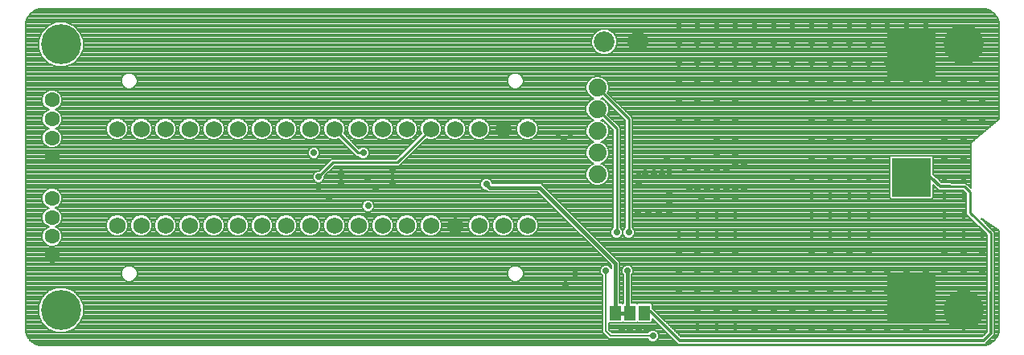
<source format=gbl>
G75*
%MOIN*%
%OFA0B0*%
%FSLAX25Y25*%
%IPPOS*%
%LPD*%
%AMOC8*
5,1,8,0,0,1.08239X$1,22.5*
%
%ADD10C,0.08600*%
%ADD11C,0.06900*%
%ADD12R,0.04600X0.06300*%
%ADD13C,0.01600*%
%ADD14R,0.16000X0.16000*%
%ADD15R,0.20000X0.20000*%
%ADD16C,0.06299*%
%ADD17C,0.07400*%
%ADD18C,0.00800*%
%ADD19C,0.02900*%
%ADD20C,0.16598*%
%ADD21C,0.01000*%
%ADD22C,0.01200*%
D10*
X0270863Y0185293D03*
X0284642Y0185293D03*
D11*
X0238934Y0149128D03*
X0228934Y0149128D03*
X0218934Y0149128D03*
X0208934Y0149128D03*
X0198934Y0149128D03*
X0188934Y0149128D03*
X0178934Y0149128D03*
X0168934Y0149128D03*
X0158934Y0149128D03*
X0148934Y0149128D03*
X0138934Y0149128D03*
X0128934Y0149128D03*
X0118934Y0149128D03*
X0108934Y0149128D03*
X0098934Y0149128D03*
X0088934Y0149128D03*
X0078934Y0149128D03*
X0068934Y0149128D03*
X0068934Y0109128D03*
X0078934Y0109128D03*
X0088934Y0109128D03*
X0098934Y0109128D03*
X0108934Y0109128D03*
X0118934Y0109128D03*
X0128934Y0109128D03*
X0138934Y0109128D03*
X0148934Y0109128D03*
X0158934Y0109128D03*
X0168934Y0109128D03*
X0178934Y0109128D03*
X0188934Y0109128D03*
X0198934Y0109128D03*
X0208934Y0109128D03*
X0218934Y0109128D03*
X0228934Y0109128D03*
X0238934Y0109128D03*
D12*
X0275406Y0072876D03*
X0281406Y0072876D03*
X0287406Y0072876D03*
D13*
X0281406Y0072876D02*
X0280418Y0073864D01*
X0280418Y0090293D01*
X0275406Y0093305D02*
X0243918Y0124793D01*
X0223418Y0124793D01*
X0221918Y0126293D01*
X0275406Y0093305D02*
X0275406Y0072876D01*
X0276406Y0072876D02*
X0281406Y0072876D01*
D14*
X0398028Y0129159D03*
D15*
X0398028Y0179159D03*
X0398028Y0079159D03*
D16*
X0041926Y0096781D03*
X0041926Y0104655D03*
X0041926Y0112529D03*
X0041926Y0120403D03*
X0041926Y0137600D03*
X0041926Y0145474D03*
X0041926Y0153348D03*
X0041926Y0161222D03*
D17*
X0267918Y0157293D03*
X0267918Y0148293D03*
X0267918Y0139293D03*
X0267918Y0130293D03*
X0267918Y0166293D03*
D18*
X0037784Y0059301D02*
X0036709Y0059385D01*
X0034663Y0060050D01*
X0032923Y0061314D01*
X0031659Y0063054D01*
X0030995Y0065100D01*
X0030910Y0066175D01*
X0030910Y0192159D01*
X0030995Y0193234D01*
X0031659Y0195280D01*
X0032923Y0197020D01*
X0034663Y0198284D01*
X0036709Y0198949D01*
X0037784Y0199033D01*
X0427548Y0199033D01*
X0428623Y0198949D01*
X0430669Y0198284D01*
X0432409Y0197020D01*
X0433673Y0195280D01*
X0434337Y0193234D01*
X0434422Y0192159D01*
X0434422Y0191745D01*
X0434430Y0191737D01*
X0434430Y0153250D01*
X0423257Y0143939D01*
X0423205Y0143939D01*
X0422944Y0143678D01*
X0422660Y0143442D01*
X0422656Y0143390D01*
X0422619Y0143353D01*
X0422619Y0142984D01*
X0422585Y0142617D01*
X0422619Y0142577D01*
X0422619Y0124713D01*
X0420539Y0126793D01*
X0414681Y0126793D01*
X0414581Y0126893D01*
X0410581Y0126893D01*
X0407028Y0130445D01*
X0407028Y0137573D01*
X0406442Y0138159D01*
X0389614Y0138159D01*
X0389028Y0137573D01*
X0389028Y0120745D01*
X0389614Y0120159D01*
X0406442Y0120159D01*
X0407028Y0120745D01*
X0407028Y0125920D01*
X0408318Y0124630D01*
X0409255Y0123693D01*
X0414581Y0123693D01*
X0414681Y0123793D01*
X0419297Y0123793D01*
X0420818Y0122272D01*
X0420818Y0113872D01*
X0429418Y0105272D01*
X0429418Y0082056D01*
X0429318Y0081956D01*
X0429318Y0064956D01*
X0427255Y0062893D01*
X0302581Y0062893D01*
X0291518Y0073956D01*
X0290706Y0074768D01*
X0290706Y0076440D01*
X0290120Y0077026D01*
X0284692Y0077026D01*
X0284406Y0076740D01*
X0284120Y0077026D01*
X0282218Y0077026D01*
X0282218Y0088628D01*
X0282495Y0088905D01*
X0282868Y0089806D01*
X0282868Y0090780D01*
X0282495Y0091681D01*
X0281806Y0092370D01*
X0280905Y0092743D01*
X0279931Y0092743D01*
X0279030Y0092370D01*
X0278341Y0091681D01*
X0277968Y0090780D01*
X0277968Y0089806D01*
X0278341Y0088905D01*
X0278618Y0088628D01*
X0278618Y0076952D01*
X0278406Y0076740D01*
X0278120Y0077026D01*
X0277206Y0077026D01*
X0277206Y0094050D01*
X0245718Y0125539D01*
X0244664Y0126593D01*
X0224368Y0126593D01*
X0224368Y0126780D01*
X0223995Y0127681D01*
X0223306Y0128370D01*
X0222405Y0128743D01*
X0221431Y0128743D01*
X0220530Y0128370D01*
X0219841Y0127681D01*
X0219468Y0126780D01*
X0219468Y0125806D01*
X0219841Y0124905D01*
X0220530Y0124216D01*
X0221431Y0123843D01*
X0221822Y0123843D01*
X0222672Y0122993D01*
X0243172Y0122993D01*
X0273606Y0092559D01*
X0273606Y0091412D01*
X0273495Y0091681D01*
X0272806Y0092370D01*
X0271905Y0092743D01*
X0270931Y0092743D01*
X0270030Y0092370D01*
X0269341Y0091681D01*
X0268968Y0090780D01*
X0268968Y0089806D01*
X0269341Y0088905D01*
X0270018Y0088228D01*
X0270018Y0064713D01*
X0270838Y0063893D01*
X0270838Y0063893D01*
X0272838Y0061893D01*
X0288853Y0061893D01*
X0289530Y0061216D01*
X0290431Y0060843D01*
X0291405Y0060843D01*
X0292306Y0061216D01*
X0292995Y0061905D01*
X0293368Y0062806D01*
X0293368Y0063780D01*
X0292995Y0064681D01*
X0292306Y0065370D01*
X0291405Y0065743D01*
X0290431Y0065743D01*
X0289530Y0065370D01*
X0288853Y0064693D01*
X0273998Y0064693D01*
X0272818Y0065873D01*
X0272818Y0068726D01*
X0278120Y0068726D01*
X0278406Y0069011D01*
X0278692Y0068726D01*
X0284120Y0068726D01*
X0284406Y0069011D01*
X0284692Y0068726D01*
X0290120Y0068726D01*
X0290706Y0069311D01*
X0290706Y0070242D01*
X0301255Y0059693D01*
X0428581Y0059693D01*
X0429518Y0060630D01*
X0432518Y0063630D01*
X0432518Y0064956D01*
X0432518Y0081956D01*
X0432418Y0082056D01*
X0432418Y0106514D01*
X0431539Y0107393D01*
X0427026Y0111906D01*
X0434430Y0106970D01*
X0434430Y0066597D01*
X0434422Y0066589D01*
X0434422Y0066175D01*
X0434337Y0065100D01*
X0433673Y0063054D01*
X0432409Y0061314D01*
X0430669Y0060050D01*
X0428623Y0059385D01*
X0427548Y0059301D01*
X0037784Y0059301D01*
X0035156Y0059890D02*
X0301058Y0059890D01*
X0300260Y0060689D02*
X0033785Y0060689D01*
X0032798Y0061487D02*
X0289259Y0061487D01*
X0290918Y0063293D02*
X0273418Y0063293D01*
X0271418Y0065293D01*
X0271418Y0090293D01*
X0268968Y0090233D02*
X0237115Y0090233D01*
X0237296Y0089796D02*
X0236784Y0091032D01*
X0269072Y0091032D01*
X0269491Y0091830D02*
X0235986Y0091830D01*
X0235838Y0091978D02*
X0234603Y0092490D01*
X0233265Y0092490D01*
X0232029Y0091978D01*
X0231083Y0091032D01*
X0076784Y0091032D01*
X0075838Y0091978D01*
X0074603Y0092490D01*
X0073265Y0092490D01*
X0072029Y0091978D01*
X0071083Y0091032D01*
X0030910Y0091032D01*
X0030910Y0091830D02*
X0071882Y0091830D01*
X0071083Y0091032D02*
X0070572Y0089796D01*
X0070572Y0088459D01*
X0071083Y0087223D01*
X0072029Y0086277D01*
X0073265Y0085765D01*
X0074603Y0085765D01*
X0075838Y0086277D01*
X0076784Y0087223D01*
X0077296Y0088459D01*
X0077296Y0089796D01*
X0076784Y0091032D01*
X0077115Y0090233D02*
X0230753Y0090233D01*
X0230572Y0089796D02*
X0230572Y0088459D01*
X0231083Y0087223D01*
X0232029Y0086277D01*
X0233265Y0085765D01*
X0234603Y0085765D01*
X0235838Y0086277D01*
X0236784Y0087223D01*
X0237296Y0088459D01*
X0237296Y0089796D01*
X0237296Y0089435D02*
X0269122Y0089435D01*
X0269610Y0088636D02*
X0237296Y0088636D01*
X0237039Y0087838D02*
X0270018Y0087838D01*
X0270018Y0087039D02*
X0236600Y0087039D01*
X0235750Y0086241D02*
X0270018Y0086241D01*
X0270018Y0085442D02*
X0030910Y0085442D01*
X0030910Y0084644D02*
X0270018Y0084644D01*
X0270018Y0083845D02*
X0030910Y0083845D01*
X0030910Y0083047D02*
X0043108Y0083047D01*
X0043816Y0083340D02*
X0040398Y0081924D01*
X0037783Y0079309D01*
X0036367Y0075891D01*
X0036367Y0072191D01*
X0037783Y0068773D01*
X0040398Y0066158D01*
X0043816Y0064742D01*
X0047516Y0064742D01*
X0050934Y0066158D01*
X0053549Y0068773D01*
X0054965Y0072191D01*
X0054965Y0075891D01*
X0053549Y0079309D01*
X0050934Y0081924D01*
X0047516Y0083340D01*
X0043816Y0083340D01*
X0041180Y0082248D02*
X0030910Y0082248D01*
X0030910Y0081450D02*
X0039924Y0081450D01*
X0039125Y0080651D02*
X0030910Y0080651D01*
X0030910Y0079853D02*
X0038327Y0079853D01*
X0037677Y0079054D02*
X0030910Y0079054D01*
X0030910Y0078256D02*
X0037346Y0078256D01*
X0037016Y0077457D02*
X0030910Y0077457D01*
X0030910Y0076659D02*
X0036685Y0076659D01*
X0036367Y0075860D02*
X0030910Y0075860D01*
X0030910Y0075062D02*
X0036367Y0075062D01*
X0036367Y0074263D02*
X0030910Y0074263D01*
X0030910Y0073465D02*
X0036367Y0073465D01*
X0036367Y0072666D02*
X0030910Y0072666D01*
X0030910Y0071868D02*
X0036501Y0071868D01*
X0036832Y0071069D02*
X0030910Y0071069D01*
X0030910Y0070271D02*
X0037162Y0070271D01*
X0037493Y0069472D02*
X0030910Y0069472D01*
X0030910Y0068674D02*
X0037882Y0068674D01*
X0038681Y0067875D02*
X0030910Y0067875D01*
X0030910Y0067077D02*
X0039479Y0067077D01*
X0040278Y0066278D02*
X0030910Y0066278D01*
X0030965Y0065480D02*
X0042035Y0065480D01*
X0049297Y0065480D02*
X0270018Y0065480D01*
X0270018Y0066278D02*
X0051054Y0066278D01*
X0051853Y0067077D02*
X0270018Y0067077D01*
X0270018Y0067875D02*
X0052651Y0067875D01*
X0053450Y0068674D02*
X0270018Y0068674D01*
X0270018Y0069472D02*
X0053839Y0069472D01*
X0054170Y0070271D02*
X0270018Y0070271D01*
X0270018Y0071069D02*
X0054500Y0071069D01*
X0054831Y0071868D02*
X0270018Y0071868D01*
X0270018Y0072666D02*
X0054965Y0072666D01*
X0054965Y0073465D02*
X0270018Y0073465D01*
X0270018Y0074263D02*
X0054965Y0074263D01*
X0054965Y0075062D02*
X0270018Y0075062D01*
X0270018Y0075860D02*
X0054965Y0075860D01*
X0054647Y0076659D02*
X0270018Y0076659D01*
X0270018Y0077457D02*
X0054316Y0077457D01*
X0053986Y0078256D02*
X0270018Y0078256D01*
X0270018Y0079054D02*
X0053655Y0079054D01*
X0053005Y0079853D02*
X0270018Y0079853D01*
X0270018Y0080651D02*
X0052207Y0080651D01*
X0051408Y0081450D02*
X0270018Y0081450D01*
X0270018Y0082248D02*
X0050152Y0082248D01*
X0048224Y0083047D02*
X0270018Y0083047D01*
X0277206Y0083047D02*
X0278618Y0083047D01*
X0278618Y0083845D02*
X0277206Y0083845D01*
X0277206Y0084644D02*
X0278618Y0084644D01*
X0278618Y0085442D02*
X0277206Y0085442D01*
X0277206Y0086241D02*
X0278618Y0086241D01*
X0278618Y0087039D02*
X0277206Y0087039D01*
X0277206Y0087838D02*
X0278618Y0087838D01*
X0278610Y0088636D02*
X0277206Y0088636D01*
X0277206Y0089435D02*
X0278122Y0089435D01*
X0277968Y0090233D02*
X0277206Y0090233D01*
X0277206Y0091032D02*
X0278072Y0091032D01*
X0278491Y0091830D02*
X0277206Y0091830D01*
X0277206Y0092629D02*
X0279655Y0092629D01*
X0281181Y0092629D02*
X0429418Y0092629D01*
X0429418Y0093427D02*
X0277206Y0093427D01*
X0277031Y0094226D02*
X0429418Y0094226D01*
X0429418Y0095025D02*
X0276232Y0095025D01*
X0275434Y0095823D02*
X0429418Y0095823D01*
X0429418Y0096622D02*
X0274635Y0096622D01*
X0273836Y0097420D02*
X0429418Y0097420D01*
X0429418Y0098219D02*
X0273038Y0098219D01*
X0272239Y0099017D02*
X0429418Y0099017D01*
X0429418Y0099816D02*
X0271441Y0099816D01*
X0270642Y0100614D02*
X0429418Y0100614D01*
X0429418Y0101413D02*
X0269844Y0101413D01*
X0269045Y0102211D02*
X0429418Y0102211D01*
X0429418Y0103010D02*
X0268247Y0103010D01*
X0267448Y0103808D02*
X0429418Y0103808D01*
X0429418Y0104607D02*
X0282696Y0104607D01*
X0282995Y0104905D02*
X0283368Y0105806D01*
X0283368Y0106780D01*
X0282995Y0107681D01*
X0282418Y0108258D01*
X0282418Y0153914D01*
X0272137Y0164196D01*
X0272618Y0165358D01*
X0272618Y0167228D01*
X0271902Y0168955D01*
X0270580Y0170277D01*
X0268853Y0170993D01*
X0266983Y0170993D01*
X0265256Y0170277D01*
X0263934Y0168955D01*
X0263218Y0167228D01*
X0263218Y0165358D01*
X0263934Y0163631D01*
X0265256Y0162309D01*
X0266500Y0161793D01*
X0265256Y0161277D01*
X0263934Y0159955D01*
X0263218Y0158228D01*
X0263218Y0156358D01*
X0263934Y0154631D01*
X0265256Y0153309D01*
X0266500Y0152793D01*
X0265256Y0152277D01*
X0263934Y0150955D01*
X0263218Y0149228D01*
X0263218Y0147358D01*
X0263934Y0145631D01*
X0265256Y0144309D01*
X0266500Y0143793D01*
X0265256Y0143277D01*
X0263934Y0141955D01*
X0263218Y0140228D01*
X0263218Y0138358D01*
X0263934Y0136631D01*
X0265256Y0135309D01*
X0266500Y0134793D01*
X0265256Y0134277D01*
X0263934Y0132955D01*
X0263218Y0131228D01*
X0263218Y0129358D01*
X0263934Y0127631D01*
X0265256Y0126309D01*
X0266983Y0125593D01*
X0268853Y0125593D01*
X0270580Y0126309D01*
X0271902Y0127631D01*
X0272618Y0129358D01*
X0272618Y0131228D01*
X0271902Y0132955D01*
X0270580Y0134277D01*
X0269336Y0134793D01*
X0270580Y0135309D01*
X0271902Y0136631D01*
X0272618Y0138358D01*
X0272618Y0140228D01*
X0271902Y0141955D01*
X0270580Y0143277D01*
X0269336Y0143793D01*
X0270580Y0144309D01*
X0271902Y0145631D01*
X0272618Y0147358D01*
X0272618Y0149228D01*
X0271902Y0150955D01*
X0270580Y0152277D01*
X0269336Y0152793D01*
X0270015Y0153074D01*
X0274418Y0148672D01*
X0274418Y0108258D01*
X0273841Y0107681D01*
X0273468Y0106780D01*
X0273468Y0105806D01*
X0273841Y0104905D01*
X0274530Y0104216D01*
X0275431Y0103843D01*
X0276405Y0103843D01*
X0277306Y0104216D01*
X0277995Y0104905D01*
X0278368Y0105806D01*
X0278368Y0106780D01*
X0277995Y0107681D01*
X0277418Y0108258D01*
X0277418Y0149914D01*
X0272137Y0155196D01*
X0272618Y0156358D01*
X0272618Y0158228D01*
X0271902Y0159955D01*
X0270580Y0161277D01*
X0269336Y0161793D01*
X0270015Y0162074D01*
X0279418Y0152672D01*
X0279418Y0108258D01*
X0278841Y0107681D01*
X0278468Y0106780D01*
X0278468Y0105806D01*
X0278841Y0104905D01*
X0279530Y0104216D01*
X0280431Y0103843D01*
X0281405Y0103843D01*
X0282306Y0104216D01*
X0282995Y0104905D01*
X0283202Y0105405D02*
X0429284Y0105405D01*
X0428486Y0106204D02*
X0283368Y0106204D01*
X0283276Y0107002D02*
X0427687Y0107002D01*
X0426889Y0107801D02*
X0282875Y0107801D01*
X0282418Y0108599D02*
X0426090Y0108599D01*
X0425292Y0109398D02*
X0282418Y0109398D01*
X0282418Y0110196D02*
X0424493Y0110196D01*
X0423695Y0110995D02*
X0282418Y0110995D01*
X0282418Y0111793D02*
X0422896Y0111793D01*
X0422098Y0112592D02*
X0282418Y0112592D01*
X0282418Y0113390D02*
X0421299Y0113390D01*
X0420818Y0114189D02*
X0282418Y0114189D01*
X0282418Y0114987D02*
X0420818Y0114987D01*
X0420818Y0115786D02*
X0282418Y0115786D01*
X0282418Y0116584D02*
X0420818Y0116584D01*
X0420818Y0117383D02*
X0282418Y0117383D01*
X0282418Y0118181D02*
X0420818Y0118181D01*
X0420818Y0118980D02*
X0282418Y0118980D01*
X0282418Y0119778D02*
X0420818Y0119778D01*
X0420818Y0120577D02*
X0406860Y0120577D01*
X0407028Y0121375D02*
X0420818Y0121375D01*
X0420818Y0122174D02*
X0407028Y0122174D01*
X0407028Y0122972D02*
X0420117Y0122972D01*
X0419319Y0123771D02*
X0414659Y0123771D01*
X0421166Y0126166D02*
X0422619Y0126166D01*
X0422619Y0125368D02*
X0421964Y0125368D01*
X0422619Y0126965D02*
X0410509Y0126965D01*
X0409710Y0127763D02*
X0422619Y0127763D01*
X0422619Y0128562D02*
X0408912Y0128562D01*
X0408113Y0129360D02*
X0422619Y0129360D01*
X0422619Y0130159D02*
X0407315Y0130159D01*
X0407028Y0130958D02*
X0422619Y0130958D01*
X0422619Y0131756D02*
X0407028Y0131756D01*
X0407028Y0132555D02*
X0422619Y0132555D01*
X0422619Y0133353D02*
X0407028Y0133353D01*
X0407028Y0134152D02*
X0422619Y0134152D01*
X0422619Y0134950D02*
X0407028Y0134950D01*
X0407028Y0135749D02*
X0422619Y0135749D01*
X0422619Y0136547D02*
X0407028Y0136547D01*
X0407028Y0137346D02*
X0422619Y0137346D01*
X0422619Y0138144D02*
X0406457Y0138144D01*
X0422619Y0138943D02*
X0282418Y0138943D01*
X0282418Y0139741D02*
X0422619Y0139741D01*
X0422619Y0140540D02*
X0282418Y0140540D01*
X0282418Y0141338D02*
X0422619Y0141338D01*
X0422619Y0142137D02*
X0282418Y0142137D01*
X0282418Y0142935D02*
X0422614Y0142935D01*
X0423000Y0143734D02*
X0282418Y0143734D01*
X0282418Y0144532D02*
X0423969Y0144532D01*
X0424927Y0145331D02*
X0282418Y0145331D01*
X0282418Y0146129D02*
X0425885Y0146129D01*
X0426844Y0146928D02*
X0282418Y0146928D01*
X0282418Y0147726D02*
X0427802Y0147726D01*
X0428760Y0148525D02*
X0282418Y0148525D01*
X0282418Y0149323D02*
X0429718Y0149323D01*
X0430676Y0150122D02*
X0282418Y0150122D01*
X0282418Y0150920D02*
X0431635Y0150920D01*
X0432593Y0151719D02*
X0282418Y0151719D01*
X0282418Y0152517D02*
X0433551Y0152517D01*
X0434430Y0153316D02*
X0282418Y0153316D01*
X0282218Y0154114D02*
X0434430Y0154114D01*
X0434430Y0154913D02*
X0281419Y0154913D01*
X0280621Y0155711D02*
X0434430Y0155711D01*
X0434430Y0156510D02*
X0279822Y0156510D01*
X0279024Y0157308D02*
X0434430Y0157308D01*
X0434430Y0158107D02*
X0278225Y0158107D01*
X0277427Y0158905D02*
X0434430Y0158905D01*
X0434430Y0159704D02*
X0276628Y0159704D01*
X0275830Y0160502D02*
X0434430Y0160502D01*
X0434430Y0161301D02*
X0275031Y0161301D01*
X0274233Y0162099D02*
X0434430Y0162099D01*
X0434430Y0162898D02*
X0273434Y0162898D01*
X0272636Y0163696D02*
X0434430Y0163696D01*
X0434430Y0164495D02*
X0272260Y0164495D01*
X0272591Y0165294D02*
X0434430Y0165294D01*
X0434430Y0166092D02*
X0272618Y0166092D01*
X0272618Y0166891D02*
X0434430Y0166891D01*
X0434430Y0167689D02*
X0272427Y0167689D01*
X0272096Y0168488D02*
X0434430Y0168488D01*
X0434430Y0169286D02*
X0271572Y0169286D01*
X0270773Y0170085D02*
X0434430Y0170085D01*
X0434430Y0170883D02*
X0269118Y0170883D01*
X0266718Y0170883D02*
X0236846Y0170883D01*
X0236784Y0171032D02*
X0235838Y0171978D01*
X0234603Y0172490D01*
X0233265Y0172490D01*
X0232029Y0171978D01*
X0231083Y0171032D01*
X0230572Y0169796D01*
X0230572Y0168459D01*
X0231083Y0167223D01*
X0232029Y0166277D01*
X0233265Y0165765D01*
X0234603Y0165765D01*
X0235838Y0166277D01*
X0236784Y0167223D01*
X0237296Y0168459D01*
X0237296Y0169796D01*
X0236784Y0171032D01*
X0236135Y0171682D02*
X0434430Y0171682D01*
X0434430Y0172480D02*
X0234626Y0172480D01*
X0233241Y0172480D02*
X0074626Y0172480D01*
X0074603Y0172490D02*
X0073265Y0172490D01*
X0072029Y0171978D01*
X0071083Y0171032D01*
X0070572Y0169796D01*
X0070572Y0168459D01*
X0071083Y0167223D01*
X0072029Y0166277D01*
X0073265Y0165765D01*
X0074603Y0165765D01*
X0075838Y0166277D01*
X0076784Y0167223D01*
X0077296Y0168459D01*
X0077296Y0169796D01*
X0076784Y0171032D01*
X0075838Y0171978D01*
X0074603Y0172490D01*
X0073241Y0172480D02*
X0030910Y0172480D01*
X0030910Y0171682D02*
X0071733Y0171682D01*
X0071022Y0170883D02*
X0030910Y0170883D01*
X0030910Y0170085D02*
X0070691Y0170085D01*
X0070572Y0169286D02*
X0030910Y0169286D01*
X0030910Y0168488D02*
X0070572Y0168488D01*
X0070890Y0167689D02*
X0030910Y0167689D01*
X0030910Y0166891D02*
X0071416Y0166891D01*
X0072476Y0166092D02*
X0030910Y0166092D01*
X0030910Y0165294D02*
X0040912Y0165294D01*
X0041100Y0165372D02*
X0039575Y0164740D01*
X0038408Y0163573D01*
X0037776Y0162048D01*
X0037776Y0160397D01*
X0038408Y0158872D01*
X0039575Y0157704D01*
X0040587Y0157285D01*
X0039575Y0156866D01*
X0038408Y0155699D01*
X0037776Y0154174D01*
X0037776Y0152523D01*
X0038408Y0150998D01*
X0039575Y0149830D01*
X0040587Y0149411D01*
X0039575Y0148992D01*
X0038408Y0147825D01*
X0037776Y0146299D01*
X0037776Y0144649D01*
X0038408Y0143124D01*
X0039575Y0141956D01*
X0041100Y0141324D01*
X0042751Y0141324D01*
X0044276Y0141956D01*
X0045444Y0143124D01*
X0046075Y0144649D01*
X0046075Y0146299D01*
X0045444Y0147825D01*
X0044276Y0148992D01*
X0043264Y0149411D01*
X0044276Y0149830D01*
X0045444Y0150998D01*
X0046075Y0152523D01*
X0046075Y0154174D01*
X0045444Y0155699D01*
X0044276Y0156866D01*
X0043264Y0157285D01*
X0044276Y0157704D01*
X0045444Y0158872D01*
X0046075Y0160397D01*
X0046075Y0162048D01*
X0045444Y0163573D01*
X0044276Y0164740D01*
X0042751Y0165372D01*
X0041100Y0165372D01*
X0042940Y0165294D02*
X0263245Y0165294D01*
X0263218Y0166092D02*
X0235391Y0166092D01*
X0236451Y0166891D02*
X0263218Y0166891D01*
X0263409Y0167689D02*
X0236977Y0167689D01*
X0237296Y0168488D02*
X0263740Y0168488D01*
X0264264Y0169286D02*
X0237296Y0169286D01*
X0237177Y0170085D02*
X0265063Y0170085D01*
X0263575Y0164495D02*
X0044521Y0164495D01*
X0045320Y0163696D02*
X0263906Y0163696D01*
X0264666Y0162898D02*
X0045723Y0162898D01*
X0046054Y0162099D02*
X0265760Y0162099D01*
X0265312Y0161301D02*
X0046075Y0161301D01*
X0046075Y0160502D02*
X0264481Y0160502D01*
X0263829Y0159704D02*
X0045788Y0159704D01*
X0045458Y0158905D02*
X0263499Y0158905D01*
X0263218Y0158107D02*
X0044679Y0158107D01*
X0043321Y0157308D02*
X0263218Y0157308D01*
X0263218Y0156510D02*
X0044632Y0156510D01*
X0045431Y0155711D02*
X0263486Y0155711D01*
X0263817Y0154913D02*
X0045769Y0154913D01*
X0046075Y0154114D02*
X0264450Y0154114D01*
X0265248Y0153316D02*
X0240451Y0153316D01*
X0239819Y0153578D02*
X0238049Y0153578D01*
X0236413Y0152900D01*
X0235161Y0151648D01*
X0234484Y0150013D01*
X0234484Y0148242D01*
X0235161Y0146607D01*
X0236413Y0145355D01*
X0238049Y0144678D01*
X0239819Y0144678D01*
X0241454Y0145355D01*
X0242706Y0146607D01*
X0243384Y0148242D01*
X0243384Y0150013D01*
X0242706Y0151648D01*
X0241454Y0152900D01*
X0239819Y0153578D01*
X0241837Y0152517D02*
X0265835Y0152517D01*
X0264697Y0151719D02*
X0242636Y0151719D01*
X0243008Y0150920D02*
X0263919Y0150920D01*
X0263588Y0150122D02*
X0243339Y0150122D01*
X0243384Y0149323D02*
X0263257Y0149323D01*
X0263218Y0148525D02*
X0243384Y0148525D01*
X0243170Y0147726D02*
X0263218Y0147726D01*
X0263396Y0146928D02*
X0242839Y0146928D01*
X0242229Y0146129D02*
X0263727Y0146129D01*
X0264233Y0145331D02*
X0241396Y0145331D01*
X0236472Y0145331D02*
X0221396Y0145331D01*
X0221454Y0145355D02*
X0222706Y0146607D01*
X0223384Y0148242D01*
X0223384Y0150013D01*
X0222706Y0151648D01*
X0221454Y0152900D01*
X0219819Y0153578D01*
X0218049Y0153578D01*
X0216413Y0152900D01*
X0215161Y0151648D01*
X0214484Y0150013D01*
X0214484Y0148242D01*
X0215161Y0146607D01*
X0216413Y0145355D01*
X0218049Y0144678D01*
X0219819Y0144678D01*
X0221454Y0145355D01*
X0222229Y0146129D02*
X0235639Y0146129D01*
X0235028Y0146928D02*
X0222839Y0146928D01*
X0223170Y0147726D02*
X0234698Y0147726D01*
X0234484Y0148525D02*
X0223384Y0148525D01*
X0223384Y0149323D02*
X0234484Y0149323D01*
X0234529Y0150122D02*
X0223339Y0150122D01*
X0223008Y0150920D02*
X0234860Y0150920D01*
X0235232Y0151719D02*
X0222636Y0151719D01*
X0221837Y0152517D02*
X0236030Y0152517D01*
X0237417Y0153316D02*
X0220451Y0153316D01*
X0217417Y0153316D02*
X0210451Y0153316D01*
X0209819Y0153578D02*
X0208049Y0153578D01*
X0206413Y0152900D01*
X0205161Y0151648D01*
X0204484Y0150013D01*
X0204484Y0148242D01*
X0205161Y0146607D01*
X0206413Y0145355D01*
X0208049Y0144678D01*
X0209819Y0144678D01*
X0211454Y0145355D01*
X0212706Y0146607D01*
X0213384Y0148242D01*
X0213384Y0150013D01*
X0212706Y0151648D01*
X0211454Y0152900D01*
X0209819Y0153578D01*
X0211837Y0152517D02*
X0216030Y0152517D01*
X0215232Y0151719D02*
X0212636Y0151719D01*
X0213008Y0150920D02*
X0214860Y0150920D01*
X0214529Y0150122D02*
X0213339Y0150122D01*
X0213384Y0149323D02*
X0214484Y0149323D01*
X0214484Y0148525D02*
X0213384Y0148525D01*
X0213170Y0147726D02*
X0214698Y0147726D01*
X0215028Y0146928D02*
X0212839Y0146928D01*
X0212229Y0146129D02*
X0215639Y0146129D01*
X0216472Y0145331D02*
X0211396Y0145331D01*
X0206472Y0145331D02*
X0201396Y0145331D01*
X0201454Y0145355D02*
X0202706Y0146607D01*
X0203384Y0148242D01*
X0203384Y0150013D01*
X0202706Y0151648D01*
X0201454Y0152900D01*
X0199819Y0153578D01*
X0198049Y0153578D01*
X0196413Y0152900D01*
X0195161Y0151648D01*
X0194484Y0150013D01*
X0194484Y0148242D01*
X0194907Y0147222D01*
X0184478Y0136793D01*
X0157797Y0136793D01*
X0152747Y0131743D01*
X0151931Y0131743D01*
X0151030Y0131370D01*
X0150341Y0130681D01*
X0149968Y0129780D01*
X0149968Y0128806D01*
X0150341Y0127905D01*
X0151030Y0127216D01*
X0151931Y0126843D01*
X0152905Y0126843D01*
X0153806Y0127216D01*
X0154495Y0127905D01*
X0154868Y0128806D01*
X0154868Y0129622D01*
X0159039Y0133793D01*
X0185720Y0133793D01*
X0197028Y0145100D01*
X0198049Y0144678D01*
X0199819Y0144678D01*
X0201454Y0145355D01*
X0202229Y0146129D02*
X0205639Y0146129D01*
X0205028Y0146928D02*
X0202839Y0146928D01*
X0203170Y0147726D02*
X0204698Y0147726D01*
X0204484Y0148525D02*
X0203384Y0148525D01*
X0203384Y0149323D02*
X0204484Y0149323D01*
X0204529Y0150122D02*
X0203339Y0150122D01*
X0203008Y0150920D02*
X0204860Y0150920D01*
X0205232Y0151719D02*
X0202636Y0151719D01*
X0201837Y0152517D02*
X0206030Y0152517D01*
X0207417Y0153316D02*
X0200451Y0153316D01*
X0197417Y0153316D02*
X0190451Y0153316D01*
X0189819Y0153578D02*
X0188049Y0153578D01*
X0186413Y0152900D01*
X0185161Y0151648D01*
X0184484Y0150013D01*
X0184484Y0148242D01*
X0185161Y0146607D01*
X0186413Y0145355D01*
X0188049Y0144678D01*
X0189819Y0144678D01*
X0191454Y0145355D01*
X0192706Y0146607D01*
X0193384Y0148242D01*
X0193384Y0150013D01*
X0192706Y0151648D01*
X0191454Y0152900D01*
X0189819Y0153578D01*
X0191837Y0152517D02*
X0196030Y0152517D01*
X0195232Y0151719D02*
X0192636Y0151719D01*
X0193008Y0150920D02*
X0194860Y0150920D01*
X0194529Y0150122D02*
X0193339Y0150122D01*
X0193384Y0149323D02*
X0194484Y0149323D01*
X0194484Y0148525D02*
X0193384Y0148525D01*
X0193170Y0147726D02*
X0194698Y0147726D01*
X0194613Y0146928D02*
X0192839Y0146928D01*
X0192229Y0146129D02*
X0193814Y0146129D01*
X0193016Y0145331D02*
X0191396Y0145331D01*
X0192217Y0144532D02*
X0165650Y0144532D01*
X0166413Y0145355D02*
X0165161Y0146607D01*
X0164484Y0148242D01*
X0164484Y0150013D01*
X0165161Y0151648D01*
X0166413Y0152900D01*
X0168049Y0153578D01*
X0169819Y0153578D01*
X0171454Y0152900D01*
X0172706Y0151648D01*
X0173384Y0150013D01*
X0173384Y0148242D01*
X0172706Y0146607D01*
X0171454Y0145355D01*
X0169819Y0144678D01*
X0168049Y0144678D01*
X0166413Y0145355D01*
X0166472Y0145331D02*
X0164852Y0145331D01*
X0165639Y0146129D02*
X0164053Y0146129D01*
X0163255Y0146928D02*
X0165028Y0146928D01*
X0164698Y0147726D02*
X0163170Y0147726D01*
X0162961Y0147222D02*
X0163384Y0148242D01*
X0163384Y0150013D01*
X0162706Y0151648D01*
X0161454Y0152900D01*
X0159819Y0153578D01*
X0158049Y0153578D01*
X0156413Y0152900D01*
X0155161Y0151648D01*
X0154484Y0150013D01*
X0154484Y0148242D01*
X0155161Y0146607D01*
X0156413Y0145355D01*
X0158049Y0144678D01*
X0159819Y0144678D01*
X0160840Y0145100D01*
X0168147Y0137793D01*
X0168953Y0137793D01*
X0169530Y0137216D01*
X0170431Y0136843D01*
X0171405Y0136843D01*
X0172306Y0137216D01*
X0172995Y0137905D01*
X0173368Y0138806D01*
X0173368Y0139780D01*
X0172995Y0140681D01*
X0172306Y0141370D01*
X0171405Y0141743D01*
X0170431Y0141743D01*
X0169530Y0141370D01*
X0169171Y0141011D01*
X0162961Y0147222D01*
X0163384Y0148525D02*
X0164484Y0148525D01*
X0164484Y0149323D02*
X0163384Y0149323D01*
X0163339Y0150122D02*
X0164529Y0150122D01*
X0164860Y0150920D02*
X0163008Y0150920D01*
X0162636Y0151719D02*
X0165232Y0151719D01*
X0166030Y0152517D02*
X0161837Y0152517D01*
X0160451Y0153316D02*
X0167417Y0153316D01*
X0170451Y0153316D02*
X0177417Y0153316D01*
X0178049Y0153578D02*
X0176413Y0152900D01*
X0175161Y0151648D01*
X0174484Y0150013D01*
X0174484Y0148242D01*
X0175161Y0146607D01*
X0176413Y0145355D01*
X0178049Y0144678D01*
X0179819Y0144678D01*
X0181454Y0145355D01*
X0182706Y0146607D01*
X0183384Y0148242D01*
X0183384Y0150013D01*
X0182706Y0151648D01*
X0181454Y0152900D01*
X0179819Y0153578D01*
X0178049Y0153578D01*
X0176030Y0152517D02*
X0171837Y0152517D01*
X0172636Y0151719D02*
X0175232Y0151719D01*
X0174860Y0150920D02*
X0173008Y0150920D01*
X0173339Y0150122D02*
X0174529Y0150122D01*
X0174484Y0149323D02*
X0173384Y0149323D01*
X0173384Y0148525D02*
X0174484Y0148525D01*
X0174698Y0147726D02*
X0173170Y0147726D01*
X0172839Y0146928D02*
X0175028Y0146928D01*
X0175639Y0146129D02*
X0172229Y0146129D01*
X0171396Y0145331D02*
X0176472Y0145331D01*
X0181396Y0145331D02*
X0186472Y0145331D01*
X0185639Y0146129D02*
X0182229Y0146129D01*
X0182839Y0146928D02*
X0185028Y0146928D01*
X0184698Y0147726D02*
X0183170Y0147726D01*
X0183384Y0148525D02*
X0184484Y0148525D01*
X0184484Y0149323D02*
X0183384Y0149323D01*
X0183339Y0150122D02*
X0184529Y0150122D01*
X0184860Y0150920D02*
X0183008Y0150920D01*
X0182636Y0151719D02*
X0185232Y0151719D01*
X0186030Y0152517D02*
X0181837Y0152517D01*
X0180451Y0153316D02*
X0187417Y0153316D01*
X0196460Y0144532D02*
X0265032Y0144532D01*
X0266357Y0143734D02*
X0195661Y0143734D01*
X0194863Y0142935D02*
X0264913Y0142935D01*
X0264115Y0142137D02*
X0194064Y0142137D01*
X0193266Y0141338D02*
X0263678Y0141338D01*
X0263347Y0140540D02*
X0192467Y0140540D01*
X0191669Y0139741D02*
X0263218Y0139741D01*
X0263218Y0138943D02*
X0190870Y0138943D01*
X0190072Y0138144D02*
X0263307Y0138144D01*
X0263637Y0137346D02*
X0189273Y0137346D01*
X0188474Y0136547D02*
X0264017Y0136547D01*
X0264816Y0135749D02*
X0187676Y0135749D01*
X0186877Y0134950D02*
X0266121Y0134950D01*
X0265130Y0134152D02*
X0186079Y0134152D01*
X0185030Y0137346D02*
X0172435Y0137346D01*
X0173094Y0138144D02*
X0185829Y0138144D01*
X0186627Y0138943D02*
X0173368Y0138943D01*
X0173368Y0139741D02*
X0187426Y0139741D01*
X0188224Y0140540D02*
X0173053Y0140540D01*
X0172338Y0141338D02*
X0189023Y0141338D01*
X0189821Y0142137D02*
X0168046Y0142137D01*
X0167247Y0142935D02*
X0190620Y0142935D01*
X0191418Y0143734D02*
X0166449Y0143734D01*
X0164602Y0141338D02*
X0151838Y0141338D01*
X0151806Y0141370D02*
X0150905Y0141743D01*
X0149931Y0141743D01*
X0149030Y0141370D01*
X0148341Y0140681D01*
X0147968Y0139780D01*
X0147968Y0138806D01*
X0148341Y0137905D01*
X0149030Y0137216D01*
X0149931Y0136843D01*
X0150905Y0136843D01*
X0151806Y0137216D01*
X0152495Y0137905D01*
X0152868Y0138806D01*
X0152868Y0139780D01*
X0152495Y0140681D01*
X0151806Y0141370D01*
X0152553Y0140540D02*
X0165400Y0140540D01*
X0166199Y0139741D02*
X0152868Y0139741D01*
X0152868Y0138943D02*
X0166997Y0138943D01*
X0167796Y0138144D02*
X0152594Y0138144D01*
X0151935Y0137346D02*
X0169401Y0137346D01*
X0169498Y0141338D02*
X0168845Y0141338D01*
X0163803Y0142137D02*
X0044457Y0142137D01*
X0045255Y0142935D02*
X0163005Y0142935D01*
X0162206Y0143734D02*
X0045696Y0143734D01*
X0046027Y0144532D02*
X0161408Y0144532D01*
X0156472Y0145331D02*
X0151396Y0145331D01*
X0151454Y0145355D02*
X0152706Y0146607D01*
X0153384Y0148242D01*
X0153384Y0150013D01*
X0152706Y0151648D01*
X0151454Y0152900D01*
X0149819Y0153578D01*
X0148049Y0153578D01*
X0146413Y0152900D01*
X0145161Y0151648D01*
X0144484Y0150013D01*
X0144484Y0148242D01*
X0145161Y0146607D01*
X0146413Y0145355D01*
X0148049Y0144678D01*
X0149819Y0144678D01*
X0151454Y0145355D01*
X0152229Y0146129D02*
X0155639Y0146129D01*
X0155028Y0146928D02*
X0152839Y0146928D01*
X0153170Y0147726D02*
X0154698Y0147726D01*
X0154484Y0148525D02*
X0153384Y0148525D01*
X0153384Y0149323D02*
X0154484Y0149323D01*
X0154529Y0150122D02*
X0153339Y0150122D01*
X0153008Y0150920D02*
X0154860Y0150920D01*
X0155232Y0151719D02*
X0152636Y0151719D01*
X0151837Y0152517D02*
X0156030Y0152517D01*
X0157417Y0153316D02*
X0150451Y0153316D01*
X0147417Y0153316D02*
X0140451Y0153316D01*
X0139819Y0153578D02*
X0138049Y0153578D01*
X0136413Y0152900D01*
X0135161Y0151648D01*
X0134484Y0150013D01*
X0134484Y0148242D01*
X0135161Y0146607D01*
X0136413Y0145355D01*
X0138049Y0144678D01*
X0139819Y0144678D01*
X0141454Y0145355D01*
X0142706Y0146607D01*
X0143384Y0148242D01*
X0143384Y0150013D01*
X0142706Y0151648D01*
X0141454Y0152900D01*
X0139819Y0153578D01*
X0141837Y0152517D02*
X0146030Y0152517D01*
X0145232Y0151719D02*
X0142636Y0151719D01*
X0143008Y0150920D02*
X0144860Y0150920D01*
X0144529Y0150122D02*
X0143339Y0150122D01*
X0143384Y0149323D02*
X0144484Y0149323D01*
X0144484Y0148525D02*
X0143384Y0148525D01*
X0143170Y0147726D02*
X0144698Y0147726D01*
X0145028Y0146928D02*
X0142839Y0146928D01*
X0142229Y0146129D02*
X0145639Y0146129D01*
X0146472Y0145331D02*
X0141396Y0145331D01*
X0136472Y0145331D02*
X0131396Y0145331D01*
X0131454Y0145355D02*
X0132706Y0146607D01*
X0133384Y0148242D01*
X0133384Y0150013D01*
X0132706Y0151648D01*
X0131454Y0152900D01*
X0129819Y0153578D01*
X0128049Y0153578D01*
X0126413Y0152900D01*
X0125161Y0151648D01*
X0124484Y0150013D01*
X0124484Y0148242D01*
X0125161Y0146607D01*
X0126413Y0145355D01*
X0128049Y0144678D01*
X0129819Y0144678D01*
X0131454Y0145355D01*
X0132229Y0146129D02*
X0135639Y0146129D01*
X0135028Y0146928D02*
X0132839Y0146928D01*
X0133170Y0147726D02*
X0134698Y0147726D01*
X0134484Y0148525D02*
X0133384Y0148525D01*
X0133384Y0149323D02*
X0134484Y0149323D01*
X0134529Y0150122D02*
X0133339Y0150122D01*
X0133008Y0150920D02*
X0134860Y0150920D01*
X0135232Y0151719D02*
X0132636Y0151719D01*
X0131837Y0152517D02*
X0136030Y0152517D01*
X0137417Y0153316D02*
X0130451Y0153316D01*
X0127417Y0153316D02*
X0120451Y0153316D01*
X0119819Y0153578D02*
X0118049Y0153578D01*
X0116413Y0152900D01*
X0115161Y0151648D01*
X0114484Y0150013D01*
X0114484Y0148242D01*
X0115161Y0146607D01*
X0116413Y0145355D01*
X0118049Y0144678D01*
X0119819Y0144678D01*
X0121454Y0145355D01*
X0122706Y0146607D01*
X0123384Y0148242D01*
X0123384Y0150013D01*
X0122706Y0151648D01*
X0121454Y0152900D01*
X0119819Y0153578D01*
X0121837Y0152517D02*
X0126030Y0152517D01*
X0125232Y0151719D02*
X0122636Y0151719D01*
X0123008Y0150920D02*
X0124860Y0150920D01*
X0124529Y0150122D02*
X0123339Y0150122D01*
X0123384Y0149323D02*
X0124484Y0149323D01*
X0124484Y0148525D02*
X0123384Y0148525D01*
X0123170Y0147726D02*
X0124698Y0147726D01*
X0125028Y0146928D02*
X0122839Y0146928D01*
X0122229Y0146129D02*
X0125639Y0146129D01*
X0126472Y0145331D02*
X0121396Y0145331D01*
X0116472Y0145331D02*
X0111396Y0145331D01*
X0111454Y0145355D02*
X0112706Y0146607D01*
X0113384Y0148242D01*
X0113384Y0150013D01*
X0112706Y0151648D01*
X0111454Y0152900D01*
X0109819Y0153578D01*
X0108049Y0153578D01*
X0106413Y0152900D01*
X0105161Y0151648D01*
X0104484Y0150013D01*
X0104484Y0148242D01*
X0105161Y0146607D01*
X0106413Y0145355D01*
X0108049Y0144678D01*
X0109819Y0144678D01*
X0111454Y0145355D01*
X0112229Y0146129D02*
X0115639Y0146129D01*
X0115028Y0146928D02*
X0112839Y0146928D01*
X0113170Y0147726D02*
X0114698Y0147726D01*
X0114484Y0148525D02*
X0113384Y0148525D01*
X0113384Y0149323D02*
X0114484Y0149323D01*
X0114529Y0150122D02*
X0113339Y0150122D01*
X0113008Y0150920D02*
X0114860Y0150920D01*
X0115232Y0151719D02*
X0112636Y0151719D01*
X0111837Y0152517D02*
X0116030Y0152517D01*
X0117417Y0153316D02*
X0110451Y0153316D01*
X0107417Y0153316D02*
X0100451Y0153316D01*
X0099819Y0153578D02*
X0098049Y0153578D01*
X0096413Y0152900D01*
X0095161Y0151648D01*
X0094484Y0150013D01*
X0094484Y0148242D01*
X0095161Y0146607D01*
X0096413Y0145355D01*
X0098049Y0144678D01*
X0099819Y0144678D01*
X0101454Y0145355D01*
X0102706Y0146607D01*
X0103384Y0148242D01*
X0103384Y0150013D01*
X0102706Y0151648D01*
X0101454Y0152900D01*
X0099819Y0153578D01*
X0101837Y0152517D02*
X0106030Y0152517D01*
X0105232Y0151719D02*
X0102636Y0151719D01*
X0103008Y0150920D02*
X0104860Y0150920D01*
X0104529Y0150122D02*
X0103339Y0150122D01*
X0103384Y0149323D02*
X0104484Y0149323D01*
X0104484Y0148525D02*
X0103384Y0148525D01*
X0103170Y0147726D02*
X0104698Y0147726D01*
X0105028Y0146928D02*
X0102839Y0146928D01*
X0102229Y0146129D02*
X0105639Y0146129D01*
X0106472Y0145331D02*
X0101396Y0145331D01*
X0096472Y0145331D02*
X0091396Y0145331D01*
X0091454Y0145355D02*
X0092706Y0146607D01*
X0093384Y0148242D01*
X0093384Y0150013D01*
X0092706Y0151648D01*
X0091454Y0152900D01*
X0089819Y0153578D01*
X0088049Y0153578D01*
X0086413Y0152900D01*
X0085161Y0151648D01*
X0084484Y0150013D01*
X0084484Y0148242D01*
X0085161Y0146607D01*
X0086413Y0145355D01*
X0088049Y0144678D01*
X0089819Y0144678D01*
X0091454Y0145355D01*
X0092229Y0146129D02*
X0095639Y0146129D01*
X0095028Y0146928D02*
X0092839Y0146928D01*
X0093170Y0147726D02*
X0094698Y0147726D01*
X0094484Y0148525D02*
X0093384Y0148525D01*
X0093384Y0149323D02*
X0094484Y0149323D01*
X0094529Y0150122D02*
X0093339Y0150122D01*
X0093008Y0150920D02*
X0094860Y0150920D01*
X0095232Y0151719D02*
X0092636Y0151719D01*
X0091837Y0152517D02*
X0096030Y0152517D01*
X0097417Y0153316D02*
X0090451Y0153316D01*
X0087417Y0153316D02*
X0080451Y0153316D01*
X0079819Y0153578D02*
X0078049Y0153578D01*
X0076413Y0152900D01*
X0075161Y0151648D01*
X0074484Y0150013D01*
X0074484Y0148242D01*
X0075161Y0146607D01*
X0076413Y0145355D01*
X0078049Y0144678D01*
X0079819Y0144678D01*
X0081454Y0145355D01*
X0082706Y0146607D01*
X0083384Y0148242D01*
X0083384Y0150013D01*
X0082706Y0151648D01*
X0081454Y0152900D01*
X0079819Y0153578D01*
X0081837Y0152517D02*
X0086030Y0152517D01*
X0085232Y0151719D02*
X0082636Y0151719D01*
X0083008Y0150920D02*
X0084860Y0150920D01*
X0084529Y0150122D02*
X0083339Y0150122D01*
X0083384Y0149323D02*
X0084484Y0149323D01*
X0084484Y0148525D02*
X0083384Y0148525D01*
X0083170Y0147726D02*
X0084698Y0147726D01*
X0085028Y0146928D02*
X0082839Y0146928D01*
X0082229Y0146129D02*
X0085639Y0146129D01*
X0086472Y0145331D02*
X0081396Y0145331D01*
X0076472Y0145331D02*
X0071396Y0145331D01*
X0071454Y0145355D02*
X0072706Y0146607D01*
X0073384Y0148242D01*
X0073384Y0150013D01*
X0072706Y0151648D01*
X0071454Y0152900D01*
X0069819Y0153578D01*
X0068049Y0153578D01*
X0066413Y0152900D01*
X0065161Y0151648D01*
X0064484Y0150013D01*
X0064484Y0148242D01*
X0065161Y0146607D01*
X0066413Y0145355D01*
X0068049Y0144678D01*
X0069819Y0144678D01*
X0071454Y0145355D01*
X0072229Y0146129D02*
X0075639Y0146129D01*
X0075028Y0146928D02*
X0072839Y0146928D01*
X0073170Y0147726D02*
X0074698Y0147726D01*
X0074484Y0148525D02*
X0073384Y0148525D01*
X0073384Y0149323D02*
X0074484Y0149323D01*
X0074529Y0150122D02*
X0073339Y0150122D01*
X0073008Y0150920D02*
X0074860Y0150920D01*
X0075232Y0151719D02*
X0072636Y0151719D01*
X0071837Y0152517D02*
X0076030Y0152517D01*
X0077417Y0153316D02*
X0070451Y0153316D01*
X0067417Y0153316D02*
X0046075Y0153316D01*
X0046073Y0152517D02*
X0066030Y0152517D01*
X0065232Y0151719D02*
X0045742Y0151719D01*
X0045366Y0150920D02*
X0064860Y0150920D01*
X0064529Y0150122D02*
X0044568Y0150122D01*
X0043476Y0149323D02*
X0064484Y0149323D01*
X0064484Y0148525D02*
X0044744Y0148525D01*
X0045484Y0147726D02*
X0064698Y0147726D01*
X0065028Y0146928D02*
X0045815Y0146928D01*
X0046075Y0146129D02*
X0065639Y0146129D01*
X0066472Y0145331D02*
X0046075Y0145331D01*
X0042784Y0141338D02*
X0148998Y0141338D01*
X0148283Y0140540D02*
X0030910Y0140540D01*
X0030910Y0141338D02*
X0041067Y0141338D01*
X0039395Y0142137D02*
X0030910Y0142137D01*
X0030910Y0142935D02*
X0038596Y0142935D01*
X0038155Y0143734D02*
X0030910Y0143734D01*
X0030910Y0144532D02*
X0037824Y0144532D01*
X0037776Y0145331D02*
X0030910Y0145331D01*
X0030910Y0146129D02*
X0037776Y0146129D01*
X0038036Y0146928D02*
X0030910Y0146928D01*
X0030910Y0147726D02*
X0038367Y0147726D01*
X0039108Y0148525D02*
X0030910Y0148525D01*
X0030910Y0149323D02*
X0040375Y0149323D01*
X0039284Y0150122D02*
X0030910Y0150122D01*
X0030910Y0150920D02*
X0038485Y0150920D01*
X0038109Y0151719D02*
X0030910Y0151719D01*
X0030910Y0152517D02*
X0037778Y0152517D01*
X0037776Y0153316D02*
X0030910Y0153316D01*
X0030910Y0154114D02*
X0037776Y0154114D01*
X0038082Y0154913D02*
X0030910Y0154913D01*
X0030910Y0155711D02*
X0038421Y0155711D01*
X0039219Y0156510D02*
X0030910Y0156510D01*
X0030910Y0157308D02*
X0040531Y0157308D01*
X0039173Y0158107D02*
X0030910Y0158107D01*
X0030910Y0158905D02*
X0038394Y0158905D01*
X0038063Y0159704D02*
X0030910Y0159704D01*
X0030910Y0160502D02*
X0037776Y0160502D01*
X0037776Y0161301D02*
X0030910Y0161301D01*
X0030910Y0162099D02*
X0037798Y0162099D01*
X0038129Y0162898D02*
X0030910Y0162898D01*
X0030910Y0163696D02*
X0038532Y0163696D01*
X0039330Y0164495D02*
X0030910Y0164495D01*
X0030910Y0173279D02*
X0434430Y0173279D01*
X0434430Y0174077D02*
X0030910Y0174077D01*
X0030910Y0174876D02*
X0434430Y0174876D01*
X0434430Y0175674D02*
X0049196Y0175674D01*
X0047516Y0174978D02*
X0043816Y0174978D01*
X0040398Y0176394D01*
X0037783Y0179010D01*
X0036367Y0182427D01*
X0036367Y0186127D01*
X0037783Y0189545D01*
X0040398Y0192161D01*
X0043816Y0193576D01*
X0047516Y0193576D01*
X0050934Y0192161D01*
X0053549Y0189545D01*
X0054965Y0186127D01*
X0054965Y0182427D01*
X0053549Y0179010D01*
X0050934Y0176394D01*
X0047516Y0174978D01*
X0051012Y0176473D02*
X0434430Y0176473D01*
X0434430Y0177271D02*
X0051811Y0177271D01*
X0052610Y0178070D02*
X0434430Y0178070D01*
X0434430Y0178868D02*
X0053408Y0178868D01*
X0053822Y0179667D02*
X0434430Y0179667D01*
X0434430Y0180465D02*
X0273057Y0180465D01*
X0273865Y0180800D02*
X0271917Y0179993D01*
X0269809Y0179993D01*
X0267861Y0180800D01*
X0266370Y0182291D01*
X0265563Y0184239D01*
X0265563Y0186347D01*
X0266370Y0188295D01*
X0267861Y0189786D01*
X0269809Y0190593D01*
X0271917Y0190593D01*
X0273865Y0189786D01*
X0275356Y0188295D01*
X0276163Y0186347D01*
X0276163Y0184239D01*
X0275356Y0182291D01*
X0273865Y0180800D01*
X0274329Y0181264D02*
X0434430Y0181264D01*
X0434430Y0182062D02*
X0275127Y0182062D01*
X0275592Y0182861D02*
X0434430Y0182861D01*
X0434430Y0183659D02*
X0275923Y0183659D01*
X0276163Y0184458D02*
X0434430Y0184458D01*
X0434430Y0185256D02*
X0276163Y0185256D01*
X0276163Y0186055D02*
X0434430Y0186055D01*
X0434430Y0186853D02*
X0275953Y0186853D01*
X0275622Y0187652D02*
X0434430Y0187652D01*
X0434430Y0188450D02*
X0275201Y0188450D01*
X0274402Y0189249D02*
X0434430Y0189249D01*
X0434430Y0190047D02*
X0273234Y0190047D01*
X0268491Y0190047D02*
X0053047Y0190047D01*
X0053672Y0189249D02*
X0267323Y0189249D01*
X0266525Y0188450D02*
X0054003Y0188450D01*
X0054334Y0187652D02*
X0266103Y0187652D01*
X0265772Y0186853D02*
X0054664Y0186853D01*
X0054965Y0186055D02*
X0265563Y0186055D01*
X0265563Y0185256D02*
X0054965Y0185256D01*
X0054965Y0184458D02*
X0265563Y0184458D01*
X0265803Y0183659D02*
X0054965Y0183659D01*
X0054965Y0182861D02*
X0266134Y0182861D01*
X0266598Y0182062D02*
X0054814Y0182062D01*
X0054483Y0181264D02*
X0267397Y0181264D01*
X0268669Y0180465D02*
X0054152Y0180465D01*
X0042136Y0175674D02*
X0030910Y0175674D01*
X0030910Y0176473D02*
X0040320Y0176473D01*
X0039521Y0177271D02*
X0030910Y0177271D01*
X0030910Y0178070D02*
X0038722Y0178070D01*
X0037924Y0178868D02*
X0030910Y0178868D01*
X0030910Y0179667D02*
X0037510Y0179667D01*
X0037180Y0180465D02*
X0030910Y0180465D01*
X0030910Y0181264D02*
X0036849Y0181264D01*
X0036518Y0182062D02*
X0030910Y0182062D01*
X0030910Y0182861D02*
X0036367Y0182861D01*
X0036367Y0183659D02*
X0030910Y0183659D01*
X0030910Y0184458D02*
X0036367Y0184458D01*
X0036367Y0185256D02*
X0030910Y0185256D01*
X0030910Y0186055D02*
X0036367Y0186055D01*
X0036668Y0186853D02*
X0030910Y0186853D01*
X0030910Y0187652D02*
X0036998Y0187652D01*
X0037329Y0188450D02*
X0030910Y0188450D01*
X0030910Y0189249D02*
X0037660Y0189249D01*
X0038285Y0190047D02*
X0030910Y0190047D01*
X0030910Y0190846D02*
X0039084Y0190846D01*
X0039882Y0191644D02*
X0030910Y0191644D01*
X0030932Y0192443D02*
X0041080Y0192443D01*
X0043007Y0193241D02*
X0030997Y0193241D01*
X0031256Y0194040D02*
X0434076Y0194040D01*
X0434335Y0193241D02*
X0048325Y0193241D01*
X0050252Y0192443D02*
X0434400Y0192443D01*
X0434430Y0191644D02*
X0051450Y0191644D01*
X0052248Y0190846D02*
X0434430Y0190846D01*
X0433816Y0194838D02*
X0031516Y0194838D01*
X0031919Y0195637D02*
X0433413Y0195637D01*
X0432833Y0196435D02*
X0032499Y0196435D01*
X0033218Y0197234D02*
X0432114Y0197234D01*
X0431015Y0198032D02*
X0034317Y0198032D01*
X0036347Y0198831D02*
X0428985Y0198831D01*
X0389599Y0138144D02*
X0282418Y0138144D01*
X0282418Y0137346D02*
X0389028Y0137346D01*
X0389028Y0136547D02*
X0282418Y0136547D01*
X0282418Y0135749D02*
X0389028Y0135749D01*
X0389028Y0134950D02*
X0282418Y0134950D01*
X0282418Y0134152D02*
X0389028Y0134152D01*
X0389028Y0133353D02*
X0282418Y0133353D01*
X0282418Y0132555D02*
X0389028Y0132555D01*
X0389028Y0131756D02*
X0282418Y0131756D01*
X0282418Y0130958D02*
X0389028Y0130958D01*
X0389028Y0130159D02*
X0282418Y0130159D01*
X0282418Y0129360D02*
X0389028Y0129360D01*
X0389028Y0128562D02*
X0282418Y0128562D01*
X0282418Y0127763D02*
X0389028Y0127763D01*
X0389028Y0126965D02*
X0282418Y0126965D01*
X0282418Y0126166D02*
X0389028Y0126166D01*
X0389028Y0125368D02*
X0282418Y0125368D01*
X0282418Y0124569D02*
X0389028Y0124569D01*
X0389028Y0123771D02*
X0282418Y0123771D01*
X0282418Y0122972D02*
X0389028Y0122972D01*
X0389028Y0122174D02*
X0282418Y0122174D01*
X0282418Y0121375D02*
X0389028Y0121375D01*
X0389196Y0120577D02*
X0282418Y0120577D01*
X0279418Y0120577D02*
X0277418Y0120577D01*
X0277418Y0121375D02*
X0279418Y0121375D01*
X0279418Y0122174D02*
X0277418Y0122174D01*
X0277418Y0122972D02*
X0279418Y0122972D01*
X0279418Y0123771D02*
X0277418Y0123771D01*
X0277418Y0124569D02*
X0279418Y0124569D01*
X0279418Y0125368D02*
X0277418Y0125368D01*
X0277418Y0126166D02*
X0279418Y0126166D01*
X0279418Y0126965D02*
X0277418Y0126965D01*
X0277418Y0127763D02*
X0279418Y0127763D01*
X0279418Y0128562D02*
X0277418Y0128562D01*
X0277418Y0129360D02*
X0279418Y0129360D01*
X0279418Y0130159D02*
X0277418Y0130159D01*
X0277418Y0130958D02*
X0279418Y0130958D01*
X0279418Y0131756D02*
X0277418Y0131756D01*
X0277418Y0132555D02*
X0279418Y0132555D01*
X0279418Y0133353D02*
X0277418Y0133353D01*
X0277418Y0134152D02*
X0279418Y0134152D01*
X0279418Y0134950D02*
X0277418Y0134950D01*
X0277418Y0135749D02*
X0279418Y0135749D01*
X0279418Y0136547D02*
X0277418Y0136547D01*
X0277418Y0137346D02*
X0279418Y0137346D01*
X0279418Y0138144D02*
X0277418Y0138144D01*
X0277418Y0138943D02*
X0279418Y0138943D01*
X0279418Y0139741D02*
X0277418Y0139741D01*
X0277418Y0140540D02*
X0279418Y0140540D01*
X0279418Y0141338D02*
X0277418Y0141338D01*
X0277418Y0142137D02*
X0279418Y0142137D01*
X0279418Y0142935D02*
X0277418Y0142935D01*
X0277418Y0143734D02*
X0279418Y0143734D01*
X0279418Y0144532D02*
X0277418Y0144532D01*
X0277418Y0145331D02*
X0279418Y0145331D01*
X0279418Y0146129D02*
X0277418Y0146129D01*
X0277418Y0146928D02*
X0279418Y0146928D01*
X0279418Y0147726D02*
X0277418Y0147726D01*
X0277418Y0148525D02*
X0279418Y0148525D01*
X0279418Y0149323D02*
X0277418Y0149323D01*
X0277210Y0150122D02*
X0279418Y0150122D01*
X0279418Y0150920D02*
X0276412Y0150920D01*
X0275613Y0151719D02*
X0279418Y0151719D01*
X0279418Y0152517D02*
X0274815Y0152517D01*
X0274016Y0153316D02*
X0278774Y0153316D01*
X0277975Y0154114D02*
X0273218Y0154114D01*
X0272419Y0154913D02*
X0277177Y0154913D01*
X0276378Y0155711D02*
X0272350Y0155711D01*
X0272618Y0156510D02*
X0275580Y0156510D01*
X0274781Y0157308D02*
X0272618Y0157308D01*
X0272618Y0158107D02*
X0273983Y0158107D01*
X0273184Y0158905D02*
X0272337Y0158905D01*
X0272386Y0159704D02*
X0272007Y0159704D01*
X0271587Y0160502D02*
X0271355Y0160502D01*
X0270789Y0161301D02*
X0270524Y0161301D01*
X0270572Y0152517D02*
X0270001Y0152517D01*
X0271139Y0151719D02*
X0271371Y0151719D01*
X0271917Y0150920D02*
X0272169Y0150920D01*
X0272248Y0150122D02*
X0272968Y0150122D01*
X0272578Y0149323D02*
X0273766Y0149323D01*
X0274418Y0148525D02*
X0272618Y0148525D01*
X0272618Y0147726D02*
X0274418Y0147726D01*
X0274418Y0146928D02*
X0272440Y0146928D01*
X0272109Y0146129D02*
X0274418Y0146129D01*
X0274418Y0145331D02*
X0271603Y0145331D01*
X0270804Y0144532D02*
X0274418Y0144532D01*
X0274418Y0143734D02*
X0269479Y0143734D01*
X0270923Y0142935D02*
X0274418Y0142935D01*
X0274418Y0142137D02*
X0271721Y0142137D01*
X0272158Y0141338D02*
X0274418Y0141338D01*
X0274418Y0140540D02*
X0272489Y0140540D01*
X0272618Y0139741D02*
X0274418Y0139741D01*
X0274418Y0138943D02*
X0272618Y0138943D01*
X0272529Y0138144D02*
X0274418Y0138144D01*
X0274418Y0137346D02*
X0272199Y0137346D01*
X0271819Y0136547D02*
X0274418Y0136547D01*
X0274418Y0135749D02*
X0271020Y0135749D01*
X0269715Y0134950D02*
X0274418Y0134950D01*
X0274418Y0134152D02*
X0270706Y0134152D01*
X0271505Y0133353D02*
X0274418Y0133353D01*
X0274418Y0132555D02*
X0272068Y0132555D01*
X0272399Y0131756D02*
X0274418Y0131756D01*
X0274418Y0130958D02*
X0272618Y0130958D01*
X0272618Y0130159D02*
X0274418Y0130159D01*
X0274418Y0129360D02*
X0272618Y0129360D01*
X0272288Y0128562D02*
X0274418Y0128562D01*
X0274418Y0127763D02*
X0271957Y0127763D01*
X0271237Y0126965D02*
X0274418Y0126965D01*
X0274418Y0126166D02*
X0270237Y0126166D01*
X0274418Y0125368D02*
X0245889Y0125368D01*
X0246687Y0124569D02*
X0274418Y0124569D01*
X0274418Y0123771D02*
X0247486Y0123771D01*
X0248284Y0122972D02*
X0274418Y0122972D01*
X0274418Y0122174D02*
X0249083Y0122174D01*
X0249881Y0121375D02*
X0274418Y0121375D01*
X0274418Y0120577D02*
X0250680Y0120577D01*
X0251478Y0119778D02*
X0274418Y0119778D01*
X0274418Y0118980D02*
X0252277Y0118980D01*
X0253075Y0118181D02*
X0274418Y0118181D01*
X0274418Y0117383D02*
X0253874Y0117383D01*
X0254672Y0116584D02*
X0274418Y0116584D01*
X0274418Y0115786D02*
X0255471Y0115786D01*
X0256269Y0114987D02*
X0274418Y0114987D01*
X0274418Y0114189D02*
X0257068Y0114189D01*
X0257866Y0113390D02*
X0274418Y0113390D01*
X0274418Y0112592D02*
X0258665Y0112592D01*
X0259463Y0111793D02*
X0274418Y0111793D01*
X0274418Y0110995D02*
X0260262Y0110995D01*
X0261060Y0110196D02*
X0274418Y0110196D01*
X0274418Y0109398D02*
X0261859Y0109398D01*
X0262657Y0108599D02*
X0274418Y0108599D01*
X0273961Y0107801D02*
X0263456Y0107801D01*
X0264254Y0107002D02*
X0273560Y0107002D01*
X0273468Y0106204D02*
X0265053Y0106204D01*
X0265851Y0105405D02*
X0273634Y0105405D01*
X0274139Y0104607D02*
X0266650Y0104607D01*
X0263954Y0102211D02*
X0045350Y0102211D01*
X0045444Y0102305D02*
X0046075Y0103830D01*
X0046075Y0105481D01*
X0045444Y0107006D01*
X0044276Y0108173D01*
X0043264Y0108592D01*
X0044276Y0109011D01*
X0045444Y0110179D01*
X0046075Y0111704D01*
X0046075Y0113355D01*
X0045444Y0114880D01*
X0044276Y0116047D01*
X0043264Y0116466D01*
X0044276Y0116885D01*
X0045444Y0118053D01*
X0046075Y0119578D01*
X0046075Y0121229D01*
X0045444Y0122754D01*
X0044276Y0123921D01*
X0042751Y0124553D01*
X0041100Y0124553D01*
X0039575Y0123921D01*
X0038408Y0122754D01*
X0037776Y0121229D01*
X0037776Y0119578D01*
X0038408Y0118053D01*
X0039575Y0116885D01*
X0040587Y0116466D01*
X0039575Y0116047D01*
X0038408Y0114880D01*
X0037776Y0113355D01*
X0037776Y0111704D01*
X0038408Y0110179D01*
X0039575Y0109011D01*
X0040587Y0108592D01*
X0039575Y0108173D01*
X0038408Y0107006D01*
X0037776Y0105481D01*
X0037776Y0103830D01*
X0038408Y0102305D01*
X0039575Y0101137D01*
X0041100Y0100506D01*
X0042751Y0100506D01*
X0044276Y0101137D01*
X0045444Y0102305D01*
X0045736Y0103010D02*
X0263156Y0103010D01*
X0262357Y0103808D02*
X0046066Y0103808D01*
X0046075Y0104607D02*
X0261559Y0104607D01*
X0260760Y0105405D02*
X0241504Y0105405D01*
X0241454Y0105355D02*
X0242706Y0106607D01*
X0243384Y0108242D01*
X0243384Y0110013D01*
X0242706Y0111648D01*
X0241454Y0112900D01*
X0239819Y0113578D01*
X0238049Y0113578D01*
X0236413Y0112900D01*
X0235161Y0111648D01*
X0234484Y0110013D01*
X0234484Y0108242D01*
X0235161Y0106607D01*
X0236413Y0105355D01*
X0238049Y0104678D01*
X0239819Y0104678D01*
X0241454Y0105355D01*
X0242303Y0106204D02*
X0259962Y0106204D01*
X0259163Y0107002D02*
X0242870Y0107002D01*
X0243201Y0107801D02*
X0258365Y0107801D01*
X0257566Y0108599D02*
X0243384Y0108599D01*
X0243384Y0109398D02*
X0256768Y0109398D01*
X0255969Y0110196D02*
X0243308Y0110196D01*
X0242977Y0110995D02*
X0255171Y0110995D01*
X0254372Y0111793D02*
X0242561Y0111793D01*
X0241763Y0112592D02*
X0253574Y0112592D01*
X0252775Y0113390D02*
X0240271Y0113390D01*
X0237596Y0113390D02*
X0230271Y0113390D01*
X0229819Y0113578D02*
X0231454Y0112900D01*
X0232706Y0111648D01*
X0233384Y0110013D01*
X0233384Y0108242D01*
X0232706Y0106607D01*
X0231454Y0105355D01*
X0229819Y0104678D01*
X0228049Y0104678D01*
X0226413Y0105355D01*
X0225161Y0106607D01*
X0224484Y0108242D01*
X0224484Y0110013D01*
X0225161Y0111648D01*
X0226413Y0112900D01*
X0228049Y0113578D01*
X0229819Y0113578D01*
X0231763Y0112592D02*
X0236105Y0112592D01*
X0235306Y0111793D02*
X0232561Y0111793D01*
X0232977Y0110995D02*
X0234890Y0110995D01*
X0234560Y0110196D02*
X0233308Y0110196D01*
X0233384Y0109398D02*
X0234484Y0109398D01*
X0234484Y0108599D02*
X0233384Y0108599D01*
X0233201Y0107801D02*
X0234667Y0107801D01*
X0234997Y0107002D02*
X0232870Y0107002D01*
X0232303Y0106204D02*
X0235564Y0106204D01*
X0236363Y0105405D02*
X0231504Y0105405D01*
X0226363Y0105405D02*
X0221504Y0105405D01*
X0221454Y0105355D02*
X0222706Y0106607D01*
X0223384Y0108242D01*
X0223384Y0110013D01*
X0222706Y0111648D01*
X0221454Y0112900D01*
X0219819Y0113578D01*
X0218049Y0113578D01*
X0216413Y0112900D01*
X0215161Y0111648D01*
X0214484Y0110013D01*
X0214484Y0108242D01*
X0215161Y0106607D01*
X0216413Y0105355D01*
X0218049Y0104678D01*
X0219819Y0104678D01*
X0221454Y0105355D01*
X0222303Y0106204D02*
X0225564Y0106204D01*
X0224997Y0107002D02*
X0222870Y0107002D01*
X0223201Y0107801D02*
X0224667Y0107801D01*
X0224484Y0108599D02*
X0223384Y0108599D01*
X0223384Y0109398D02*
X0224484Y0109398D01*
X0224560Y0110196D02*
X0223308Y0110196D01*
X0222977Y0110995D02*
X0224890Y0110995D01*
X0225306Y0111793D02*
X0222561Y0111793D01*
X0221763Y0112592D02*
X0226105Y0112592D01*
X0227596Y0113390D02*
X0220271Y0113390D01*
X0217596Y0113390D02*
X0200271Y0113390D01*
X0199819Y0113578D02*
X0201454Y0112900D01*
X0202706Y0111648D01*
X0203384Y0110013D01*
X0203384Y0108242D01*
X0202706Y0106607D01*
X0201454Y0105355D01*
X0199819Y0104678D01*
X0198049Y0104678D01*
X0196413Y0105355D01*
X0195161Y0106607D01*
X0194484Y0108242D01*
X0194484Y0110013D01*
X0195161Y0111648D01*
X0196413Y0112900D01*
X0198049Y0113578D01*
X0199819Y0113578D01*
X0201763Y0112592D02*
X0216105Y0112592D01*
X0215306Y0111793D02*
X0202561Y0111793D01*
X0202977Y0110995D02*
X0214890Y0110995D01*
X0214560Y0110196D02*
X0203308Y0110196D01*
X0203384Y0109398D02*
X0214484Y0109398D01*
X0214484Y0108599D02*
X0203384Y0108599D01*
X0203201Y0107801D02*
X0214667Y0107801D01*
X0214997Y0107002D02*
X0202870Y0107002D01*
X0202303Y0106204D02*
X0215564Y0106204D01*
X0216363Y0105405D02*
X0201504Y0105405D01*
X0196363Y0105405D02*
X0191504Y0105405D01*
X0191454Y0105355D02*
X0192706Y0106607D01*
X0193384Y0108242D01*
X0193384Y0110013D01*
X0192706Y0111648D01*
X0191454Y0112900D01*
X0189819Y0113578D01*
X0188049Y0113578D01*
X0186413Y0112900D01*
X0185161Y0111648D01*
X0184484Y0110013D01*
X0184484Y0108242D01*
X0185161Y0106607D01*
X0186413Y0105355D01*
X0188049Y0104678D01*
X0189819Y0104678D01*
X0191454Y0105355D01*
X0192303Y0106204D02*
X0195564Y0106204D01*
X0194997Y0107002D02*
X0192870Y0107002D01*
X0193201Y0107801D02*
X0194667Y0107801D01*
X0194484Y0108599D02*
X0193384Y0108599D01*
X0193384Y0109398D02*
X0194484Y0109398D01*
X0194560Y0110196D02*
X0193308Y0110196D01*
X0192977Y0110995D02*
X0194890Y0110995D01*
X0195306Y0111793D02*
X0192561Y0111793D01*
X0191763Y0112592D02*
X0196105Y0112592D01*
X0197596Y0113390D02*
X0190271Y0113390D01*
X0187596Y0113390D02*
X0180271Y0113390D01*
X0179819Y0113578D02*
X0181454Y0112900D01*
X0182706Y0111648D01*
X0183384Y0110013D01*
X0183384Y0108242D01*
X0182706Y0106607D01*
X0181454Y0105355D01*
X0179819Y0104678D01*
X0178049Y0104678D01*
X0176413Y0105355D01*
X0175161Y0106607D01*
X0174484Y0108242D01*
X0174484Y0110013D01*
X0175161Y0111648D01*
X0176413Y0112900D01*
X0178049Y0113578D01*
X0179819Y0113578D01*
X0181763Y0112592D02*
X0186105Y0112592D01*
X0185306Y0111793D02*
X0182561Y0111793D01*
X0182977Y0110995D02*
X0184890Y0110995D01*
X0184560Y0110196D02*
X0183308Y0110196D01*
X0183384Y0109398D02*
X0184484Y0109398D01*
X0184484Y0108599D02*
X0183384Y0108599D01*
X0183201Y0107801D02*
X0184667Y0107801D01*
X0184997Y0107002D02*
X0182870Y0107002D01*
X0182303Y0106204D02*
X0185564Y0106204D01*
X0186363Y0105405D02*
X0181504Y0105405D01*
X0176363Y0105405D02*
X0171504Y0105405D01*
X0171454Y0105355D02*
X0172706Y0106607D01*
X0173384Y0108242D01*
X0173384Y0110013D01*
X0172706Y0111648D01*
X0171454Y0112900D01*
X0169819Y0113578D01*
X0168049Y0113578D01*
X0166413Y0112900D01*
X0165161Y0111648D01*
X0164484Y0110013D01*
X0164484Y0108242D01*
X0165161Y0106607D01*
X0166413Y0105355D01*
X0168049Y0104678D01*
X0169819Y0104678D01*
X0171454Y0105355D01*
X0172303Y0106204D02*
X0175564Y0106204D01*
X0174997Y0107002D02*
X0172870Y0107002D01*
X0173201Y0107801D02*
X0174667Y0107801D01*
X0174484Y0108599D02*
X0173384Y0108599D01*
X0173384Y0109398D02*
X0174484Y0109398D01*
X0174560Y0110196D02*
X0173308Y0110196D01*
X0172977Y0110995D02*
X0174890Y0110995D01*
X0175306Y0111793D02*
X0172561Y0111793D01*
X0171763Y0112592D02*
X0176105Y0112592D01*
X0177596Y0113390D02*
X0170271Y0113390D01*
X0171530Y0115216D02*
X0172431Y0114843D01*
X0173405Y0114843D01*
X0174306Y0115216D01*
X0174995Y0115905D01*
X0175368Y0116806D01*
X0175368Y0117780D01*
X0174995Y0118681D01*
X0174306Y0119370D01*
X0173405Y0119743D01*
X0172431Y0119743D01*
X0171530Y0119370D01*
X0170841Y0118681D01*
X0170468Y0117780D01*
X0170468Y0116806D01*
X0170841Y0115905D01*
X0171530Y0115216D01*
X0172082Y0114987D02*
X0045336Y0114987D01*
X0045730Y0114189D02*
X0251977Y0114189D01*
X0251178Y0114987D02*
X0173754Y0114987D01*
X0174876Y0115786D02*
X0250380Y0115786D01*
X0249581Y0116584D02*
X0175276Y0116584D01*
X0175368Y0117383D02*
X0248783Y0117383D01*
X0247984Y0118181D02*
X0175202Y0118181D01*
X0174696Y0118980D02*
X0247186Y0118980D01*
X0246387Y0119778D02*
X0046075Y0119778D01*
X0046075Y0120577D02*
X0245588Y0120577D01*
X0244790Y0121375D02*
X0046015Y0121375D01*
X0045684Y0122174D02*
X0243991Y0122174D01*
X0243193Y0122972D02*
X0045225Y0122972D01*
X0044427Y0123771D02*
X0221894Y0123771D01*
X0220177Y0124569D02*
X0030910Y0124569D01*
X0030910Y0123771D02*
X0039425Y0123771D01*
X0038627Y0122972D02*
X0030910Y0122972D01*
X0030910Y0122174D02*
X0038168Y0122174D01*
X0037837Y0121375D02*
X0030910Y0121375D01*
X0030910Y0120577D02*
X0037776Y0120577D01*
X0037776Y0119778D02*
X0030910Y0119778D01*
X0030910Y0118980D02*
X0038024Y0118980D01*
X0038355Y0118181D02*
X0030910Y0118181D01*
X0030910Y0117383D02*
X0039078Y0117383D01*
X0040302Y0116584D02*
X0030910Y0116584D01*
X0030910Y0115786D02*
X0039314Y0115786D01*
X0038516Y0114987D02*
X0030910Y0114987D01*
X0030910Y0114189D02*
X0038122Y0114189D01*
X0037791Y0113390D02*
X0030910Y0113390D01*
X0030910Y0112592D02*
X0037776Y0112592D01*
X0037776Y0111793D02*
X0030910Y0111793D01*
X0030910Y0110995D02*
X0038070Y0110995D01*
X0038401Y0110196D02*
X0030910Y0110196D01*
X0030910Y0109398D02*
X0039189Y0109398D01*
X0040570Y0108599D02*
X0030910Y0108599D01*
X0030910Y0107801D02*
X0039203Y0107801D01*
X0038407Y0107002D02*
X0030910Y0107002D01*
X0030910Y0106204D02*
X0038076Y0106204D01*
X0037776Y0105405D02*
X0030910Y0105405D01*
X0030910Y0104607D02*
X0037776Y0104607D01*
X0037785Y0103808D02*
X0030910Y0103808D01*
X0030910Y0103010D02*
X0038116Y0103010D01*
X0038502Y0102211D02*
X0030910Y0102211D01*
X0030910Y0101413D02*
X0039300Y0101413D01*
X0040838Y0100614D02*
X0030910Y0100614D01*
X0030910Y0099816D02*
X0266350Y0099816D01*
X0265551Y0100614D02*
X0043013Y0100614D01*
X0044552Y0101413D02*
X0264753Y0101413D01*
X0267148Y0099017D02*
X0030910Y0099017D01*
X0030910Y0098219D02*
X0267947Y0098219D01*
X0268745Y0097420D02*
X0030910Y0097420D01*
X0030910Y0096622D02*
X0269544Y0096622D01*
X0270342Y0095823D02*
X0030910Y0095823D01*
X0030910Y0095025D02*
X0271141Y0095025D01*
X0271939Y0094226D02*
X0030910Y0094226D01*
X0030910Y0093427D02*
X0272738Y0093427D01*
X0272181Y0092629D02*
X0273536Y0092629D01*
X0273606Y0091830D02*
X0273345Y0091830D01*
X0270655Y0092629D02*
X0030910Y0092629D01*
X0030910Y0090233D02*
X0070753Y0090233D01*
X0070572Y0089435D02*
X0030910Y0089435D01*
X0030910Y0088636D02*
X0070572Y0088636D01*
X0070829Y0087838D02*
X0030910Y0087838D01*
X0030910Y0087039D02*
X0071267Y0087039D01*
X0072117Y0086241D02*
X0030910Y0086241D01*
X0046075Y0105405D02*
X0066363Y0105405D01*
X0066413Y0105355D02*
X0068049Y0104678D01*
X0069819Y0104678D01*
X0071454Y0105355D01*
X0072706Y0106607D01*
X0073384Y0108242D01*
X0073384Y0110013D01*
X0072706Y0111648D01*
X0071454Y0112900D01*
X0069819Y0113578D01*
X0068049Y0113578D01*
X0066413Y0112900D01*
X0065161Y0111648D01*
X0064484Y0110013D01*
X0064484Y0108242D01*
X0065161Y0106607D01*
X0066413Y0105355D01*
X0065564Y0106204D02*
X0045776Y0106204D01*
X0045445Y0107002D02*
X0064997Y0107002D01*
X0064667Y0107801D02*
X0044649Y0107801D01*
X0043281Y0108599D02*
X0064484Y0108599D01*
X0064484Y0109398D02*
X0044663Y0109398D01*
X0045451Y0110196D02*
X0064560Y0110196D01*
X0064890Y0110995D02*
X0045782Y0110995D01*
X0046075Y0111793D02*
X0065306Y0111793D01*
X0066105Y0112592D02*
X0046075Y0112592D01*
X0046061Y0113390D02*
X0067596Y0113390D01*
X0070271Y0113390D02*
X0077596Y0113390D01*
X0078049Y0113578D02*
X0076413Y0112900D01*
X0075161Y0111648D01*
X0074484Y0110013D01*
X0074484Y0108242D01*
X0075161Y0106607D01*
X0076413Y0105355D01*
X0078049Y0104678D01*
X0079819Y0104678D01*
X0081454Y0105355D01*
X0082706Y0106607D01*
X0083384Y0108242D01*
X0083384Y0110013D01*
X0082706Y0111648D01*
X0081454Y0112900D01*
X0079819Y0113578D01*
X0078049Y0113578D01*
X0076105Y0112592D02*
X0071763Y0112592D01*
X0072561Y0111793D02*
X0075306Y0111793D01*
X0074890Y0110995D02*
X0072977Y0110995D01*
X0073308Y0110196D02*
X0074560Y0110196D01*
X0074484Y0109398D02*
X0073384Y0109398D01*
X0073384Y0108599D02*
X0074484Y0108599D01*
X0074667Y0107801D02*
X0073201Y0107801D01*
X0072870Y0107002D02*
X0074997Y0107002D01*
X0075564Y0106204D02*
X0072303Y0106204D01*
X0071504Y0105405D02*
X0076363Y0105405D01*
X0081504Y0105405D02*
X0086363Y0105405D01*
X0086413Y0105355D02*
X0088049Y0104678D01*
X0089819Y0104678D01*
X0091454Y0105355D01*
X0092706Y0106607D01*
X0093384Y0108242D01*
X0093384Y0110013D01*
X0092706Y0111648D01*
X0091454Y0112900D01*
X0089819Y0113578D01*
X0088049Y0113578D01*
X0086413Y0112900D01*
X0085161Y0111648D01*
X0084484Y0110013D01*
X0084484Y0108242D01*
X0085161Y0106607D01*
X0086413Y0105355D01*
X0085564Y0106204D02*
X0082303Y0106204D01*
X0082870Y0107002D02*
X0084997Y0107002D01*
X0084667Y0107801D02*
X0083201Y0107801D01*
X0083384Y0108599D02*
X0084484Y0108599D01*
X0084484Y0109398D02*
X0083384Y0109398D01*
X0083308Y0110196D02*
X0084560Y0110196D01*
X0084890Y0110995D02*
X0082977Y0110995D01*
X0082561Y0111793D02*
X0085306Y0111793D01*
X0086105Y0112592D02*
X0081763Y0112592D01*
X0080271Y0113390D02*
X0087596Y0113390D01*
X0090271Y0113390D02*
X0097596Y0113390D01*
X0098049Y0113578D02*
X0096413Y0112900D01*
X0095161Y0111648D01*
X0094484Y0110013D01*
X0094484Y0108242D01*
X0095161Y0106607D01*
X0096413Y0105355D01*
X0098049Y0104678D01*
X0099819Y0104678D01*
X0101454Y0105355D01*
X0102706Y0106607D01*
X0103384Y0108242D01*
X0103384Y0110013D01*
X0102706Y0111648D01*
X0101454Y0112900D01*
X0099819Y0113578D01*
X0098049Y0113578D01*
X0096105Y0112592D02*
X0091763Y0112592D01*
X0092561Y0111793D02*
X0095306Y0111793D01*
X0094890Y0110995D02*
X0092977Y0110995D01*
X0093308Y0110196D02*
X0094560Y0110196D01*
X0094484Y0109398D02*
X0093384Y0109398D01*
X0093384Y0108599D02*
X0094484Y0108599D01*
X0094667Y0107801D02*
X0093201Y0107801D01*
X0092870Y0107002D02*
X0094997Y0107002D01*
X0095564Y0106204D02*
X0092303Y0106204D01*
X0091504Y0105405D02*
X0096363Y0105405D01*
X0101504Y0105405D02*
X0106363Y0105405D01*
X0106413Y0105355D02*
X0108049Y0104678D01*
X0109819Y0104678D01*
X0111454Y0105355D01*
X0112706Y0106607D01*
X0113384Y0108242D01*
X0113384Y0110013D01*
X0112706Y0111648D01*
X0111454Y0112900D01*
X0109819Y0113578D01*
X0108049Y0113578D01*
X0106413Y0112900D01*
X0105161Y0111648D01*
X0104484Y0110013D01*
X0104484Y0108242D01*
X0105161Y0106607D01*
X0106413Y0105355D01*
X0105564Y0106204D02*
X0102303Y0106204D01*
X0102870Y0107002D02*
X0104997Y0107002D01*
X0104667Y0107801D02*
X0103201Y0107801D01*
X0103384Y0108599D02*
X0104484Y0108599D01*
X0104484Y0109398D02*
X0103384Y0109398D01*
X0103308Y0110196D02*
X0104560Y0110196D01*
X0104890Y0110995D02*
X0102977Y0110995D01*
X0102561Y0111793D02*
X0105306Y0111793D01*
X0106105Y0112592D02*
X0101763Y0112592D01*
X0100271Y0113390D02*
X0107596Y0113390D01*
X0110271Y0113390D02*
X0117596Y0113390D01*
X0118049Y0113578D02*
X0116413Y0112900D01*
X0115161Y0111648D01*
X0114484Y0110013D01*
X0114484Y0108242D01*
X0115161Y0106607D01*
X0116413Y0105355D01*
X0118049Y0104678D01*
X0119819Y0104678D01*
X0121454Y0105355D01*
X0122706Y0106607D01*
X0123384Y0108242D01*
X0123384Y0110013D01*
X0122706Y0111648D01*
X0121454Y0112900D01*
X0119819Y0113578D01*
X0118049Y0113578D01*
X0116105Y0112592D02*
X0111763Y0112592D01*
X0112561Y0111793D02*
X0115306Y0111793D01*
X0114890Y0110995D02*
X0112977Y0110995D01*
X0113308Y0110196D02*
X0114560Y0110196D01*
X0114484Y0109398D02*
X0113384Y0109398D01*
X0113384Y0108599D02*
X0114484Y0108599D01*
X0114667Y0107801D02*
X0113201Y0107801D01*
X0112870Y0107002D02*
X0114997Y0107002D01*
X0115564Y0106204D02*
X0112303Y0106204D01*
X0111504Y0105405D02*
X0116363Y0105405D01*
X0121504Y0105405D02*
X0126363Y0105405D01*
X0126413Y0105355D02*
X0128049Y0104678D01*
X0129819Y0104678D01*
X0131454Y0105355D01*
X0132706Y0106607D01*
X0133384Y0108242D01*
X0133384Y0110013D01*
X0132706Y0111648D01*
X0131454Y0112900D01*
X0129819Y0113578D01*
X0128049Y0113578D01*
X0126413Y0112900D01*
X0125161Y0111648D01*
X0124484Y0110013D01*
X0124484Y0108242D01*
X0125161Y0106607D01*
X0126413Y0105355D01*
X0125564Y0106204D02*
X0122303Y0106204D01*
X0122870Y0107002D02*
X0124997Y0107002D01*
X0124667Y0107801D02*
X0123201Y0107801D01*
X0123384Y0108599D02*
X0124484Y0108599D01*
X0124484Y0109398D02*
X0123384Y0109398D01*
X0123308Y0110196D02*
X0124560Y0110196D01*
X0124890Y0110995D02*
X0122977Y0110995D01*
X0122561Y0111793D02*
X0125306Y0111793D01*
X0126105Y0112592D02*
X0121763Y0112592D01*
X0120271Y0113390D02*
X0127596Y0113390D01*
X0130271Y0113390D02*
X0137596Y0113390D01*
X0138049Y0113578D02*
X0136413Y0112900D01*
X0135161Y0111648D01*
X0134484Y0110013D01*
X0134484Y0108242D01*
X0135161Y0106607D01*
X0136413Y0105355D01*
X0138049Y0104678D01*
X0139819Y0104678D01*
X0141454Y0105355D01*
X0142706Y0106607D01*
X0143384Y0108242D01*
X0143384Y0110013D01*
X0142706Y0111648D01*
X0141454Y0112900D01*
X0139819Y0113578D01*
X0138049Y0113578D01*
X0136105Y0112592D02*
X0131763Y0112592D01*
X0132561Y0111793D02*
X0135306Y0111793D01*
X0134890Y0110995D02*
X0132977Y0110995D01*
X0133308Y0110196D02*
X0134560Y0110196D01*
X0134484Y0109398D02*
X0133384Y0109398D01*
X0133384Y0108599D02*
X0134484Y0108599D01*
X0134667Y0107801D02*
X0133201Y0107801D01*
X0132870Y0107002D02*
X0134997Y0107002D01*
X0135564Y0106204D02*
X0132303Y0106204D01*
X0131504Y0105405D02*
X0136363Y0105405D01*
X0141504Y0105405D02*
X0146363Y0105405D01*
X0146413Y0105355D02*
X0148049Y0104678D01*
X0149819Y0104678D01*
X0151454Y0105355D01*
X0152706Y0106607D01*
X0153384Y0108242D01*
X0153384Y0110013D01*
X0152706Y0111648D01*
X0151454Y0112900D01*
X0149819Y0113578D01*
X0148049Y0113578D01*
X0146413Y0112900D01*
X0145161Y0111648D01*
X0144484Y0110013D01*
X0144484Y0108242D01*
X0145161Y0106607D01*
X0146413Y0105355D01*
X0145564Y0106204D02*
X0142303Y0106204D01*
X0142870Y0107002D02*
X0144997Y0107002D01*
X0144667Y0107801D02*
X0143201Y0107801D01*
X0143384Y0108599D02*
X0144484Y0108599D01*
X0144484Y0109398D02*
X0143384Y0109398D01*
X0143308Y0110196D02*
X0144560Y0110196D01*
X0144890Y0110995D02*
X0142977Y0110995D01*
X0142561Y0111793D02*
X0145306Y0111793D01*
X0146105Y0112592D02*
X0141763Y0112592D01*
X0140271Y0113390D02*
X0147596Y0113390D01*
X0150271Y0113390D02*
X0157596Y0113390D01*
X0158049Y0113578D02*
X0156413Y0112900D01*
X0155161Y0111648D01*
X0154484Y0110013D01*
X0154484Y0108242D01*
X0155161Y0106607D01*
X0156413Y0105355D01*
X0158049Y0104678D01*
X0159819Y0104678D01*
X0161454Y0105355D01*
X0162706Y0106607D01*
X0163384Y0108242D01*
X0163384Y0110013D01*
X0162706Y0111648D01*
X0161454Y0112900D01*
X0159819Y0113578D01*
X0158049Y0113578D01*
X0156105Y0112592D02*
X0151763Y0112592D01*
X0152561Y0111793D02*
X0155306Y0111793D01*
X0154890Y0110995D02*
X0152977Y0110995D01*
X0153308Y0110196D02*
X0154560Y0110196D01*
X0154484Y0109398D02*
X0153384Y0109398D01*
X0153384Y0108599D02*
X0154484Y0108599D01*
X0154667Y0107801D02*
X0153201Y0107801D01*
X0152870Y0107002D02*
X0154997Y0107002D01*
X0155564Y0106204D02*
X0152303Y0106204D01*
X0151504Y0105405D02*
X0156363Y0105405D01*
X0161504Y0105405D02*
X0166363Y0105405D01*
X0165564Y0106204D02*
X0162303Y0106204D01*
X0162870Y0107002D02*
X0164997Y0107002D01*
X0164667Y0107801D02*
X0163201Y0107801D01*
X0163384Y0108599D02*
X0164484Y0108599D01*
X0164484Y0109398D02*
X0163384Y0109398D01*
X0163308Y0110196D02*
X0164560Y0110196D01*
X0164890Y0110995D02*
X0162977Y0110995D01*
X0162561Y0111793D02*
X0165306Y0111793D01*
X0166105Y0112592D02*
X0161763Y0112592D01*
X0160271Y0113390D02*
X0167596Y0113390D01*
X0170960Y0115786D02*
X0044538Y0115786D01*
X0043550Y0116584D02*
X0170560Y0116584D01*
X0170468Y0117383D02*
X0044774Y0117383D01*
X0045497Y0118181D02*
X0170634Y0118181D01*
X0171140Y0118980D02*
X0045828Y0118980D01*
X0030910Y0125368D02*
X0219649Y0125368D01*
X0219468Y0126166D02*
X0030910Y0126166D01*
X0030910Y0126965D02*
X0151636Y0126965D01*
X0150483Y0127763D02*
X0030910Y0127763D01*
X0030910Y0128562D02*
X0150069Y0128562D01*
X0149968Y0129360D02*
X0030910Y0129360D01*
X0030910Y0130159D02*
X0150125Y0130159D01*
X0150618Y0130958D02*
X0030910Y0130958D01*
X0030910Y0131756D02*
X0152760Y0131756D01*
X0153558Y0132555D02*
X0030910Y0132555D01*
X0030910Y0133353D02*
X0154357Y0133353D01*
X0155155Y0134152D02*
X0030910Y0134152D01*
X0030910Y0134950D02*
X0155954Y0134950D01*
X0156752Y0135749D02*
X0030910Y0135749D01*
X0030910Y0136547D02*
X0157551Y0136547D01*
X0158599Y0133353D02*
X0264331Y0133353D01*
X0263768Y0132555D02*
X0157801Y0132555D01*
X0157002Y0131756D02*
X0263437Y0131756D01*
X0263218Y0130958D02*
X0156204Y0130958D01*
X0155405Y0130159D02*
X0263218Y0130159D01*
X0263218Y0129360D02*
X0154868Y0129360D01*
X0154767Y0128562D02*
X0220994Y0128562D01*
X0219924Y0127763D02*
X0154353Y0127763D01*
X0153200Y0126965D02*
X0219544Y0126965D01*
X0222842Y0128562D02*
X0263548Y0128562D01*
X0263878Y0127763D02*
X0223912Y0127763D01*
X0224291Y0126965D02*
X0264599Y0126965D01*
X0265599Y0126166D02*
X0245090Y0126166D01*
X0277418Y0119778D02*
X0279418Y0119778D01*
X0279418Y0118980D02*
X0277418Y0118980D01*
X0277418Y0118181D02*
X0279418Y0118181D01*
X0279418Y0117383D02*
X0277418Y0117383D01*
X0277418Y0116584D02*
X0279418Y0116584D01*
X0279418Y0115786D02*
X0277418Y0115786D01*
X0277418Y0114987D02*
X0279418Y0114987D01*
X0279418Y0114189D02*
X0277418Y0114189D01*
X0277418Y0113390D02*
X0279418Y0113390D01*
X0279418Y0112592D02*
X0277418Y0112592D01*
X0277418Y0111793D02*
X0279418Y0111793D01*
X0279418Y0110995D02*
X0277418Y0110995D01*
X0277418Y0110196D02*
X0279418Y0110196D01*
X0279418Y0109398D02*
X0277418Y0109398D01*
X0277418Y0108599D02*
X0279418Y0108599D01*
X0278961Y0107801D02*
X0277875Y0107801D01*
X0278276Y0107002D02*
X0278560Y0107002D01*
X0278468Y0106204D02*
X0278368Y0106204D01*
X0278202Y0105405D02*
X0278634Y0105405D01*
X0279139Y0104607D02*
X0277696Y0104607D01*
X0282345Y0091830D02*
X0429418Y0091830D01*
X0429418Y0091032D02*
X0282764Y0091032D01*
X0282868Y0090233D02*
X0429418Y0090233D01*
X0429418Y0089435D02*
X0282714Y0089435D01*
X0282226Y0088636D02*
X0429418Y0088636D01*
X0429418Y0087838D02*
X0282218Y0087838D01*
X0282218Y0087039D02*
X0429418Y0087039D01*
X0429418Y0086241D02*
X0282218Y0086241D01*
X0282218Y0085442D02*
X0429418Y0085442D01*
X0429418Y0084644D02*
X0282218Y0084644D01*
X0282218Y0083845D02*
X0429418Y0083845D01*
X0429418Y0083047D02*
X0282218Y0083047D01*
X0282218Y0082248D02*
X0429418Y0082248D01*
X0429318Y0081450D02*
X0282218Y0081450D01*
X0282218Y0080651D02*
X0429318Y0080651D01*
X0429318Y0079853D02*
X0282218Y0079853D01*
X0282218Y0079054D02*
X0429318Y0079054D01*
X0429318Y0078256D02*
X0282218Y0078256D01*
X0282218Y0077457D02*
X0429318Y0077457D01*
X0429318Y0076659D02*
X0290487Y0076659D01*
X0290706Y0075860D02*
X0429318Y0075860D01*
X0429318Y0075062D02*
X0290706Y0075062D01*
X0291210Y0074263D02*
X0429318Y0074263D01*
X0429318Y0073465D02*
X0292009Y0073465D01*
X0292807Y0072666D02*
X0429318Y0072666D01*
X0429318Y0071868D02*
X0293606Y0071868D01*
X0294405Y0071069D02*
X0429318Y0071069D01*
X0429318Y0070271D02*
X0295203Y0070271D01*
X0296002Y0069472D02*
X0429318Y0069472D01*
X0429318Y0068674D02*
X0296800Y0068674D01*
X0297599Y0067875D02*
X0429318Y0067875D01*
X0429318Y0067077D02*
X0298397Y0067077D01*
X0299196Y0066278D02*
X0429318Y0066278D01*
X0429318Y0065480D02*
X0299994Y0065480D01*
X0300793Y0064681D02*
X0429043Y0064681D01*
X0428245Y0063883D02*
X0301591Y0063883D01*
X0302390Y0063084D02*
X0427446Y0063084D01*
X0429576Y0060689D02*
X0431547Y0060689D01*
X0432534Y0061487D02*
X0430375Y0061487D01*
X0431173Y0062286D02*
X0433114Y0062286D01*
X0433682Y0063084D02*
X0431972Y0063084D01*
X0432518Y0063883D02*
X0433942Y0063883D01*
X0434201Y0064681D02*
X0432518Y0064681D01*
X0432518Y0065480D02*
X0434367Y0065480D01*
X0434422Y0066278D02*
X0432518Y0066278D01*
X0432518Y0067077D02*
X0434430Y0067077D01*
X0434430Y0067875D02*
X0432518Y0067875D01*
X0432518Y0068674D02*
X0434430Y0068674D01*
X0434430Y0069472D02*
X0432518Y0069472D01*
X0432518Y0070271D02*
X0434430Y0070271D01*
X0434430Y0071069D02*
X0432518Y0071069D01*
X0432518Y0071868D02*
X0434430Y0071868D01*
X0434430Y0072666D02*
X0432518Y0072666D01*
X0432518Y0073465D02*
X0434430Y0073465D01*
X0434430Y0074263D02*
X0432518Y0074263D01*
X0432518Y0075062D02*
X0434430Y0075062D01*
X0434430Y0075860D02*
X0432518Y0075860D01*
X0432518Y0076659D02*
X0434430Y0076659D01*
X0434430Y0077457D02*
X0432518Y0077457D01*
X0432518Y0078256D02*
X0434430Y0078256D01*
X0434430Y0079054D02*
X0432518Y0079054D01*
X0432518Y0079853D02*
X0434430Y0079853D01*
X0434430Y0080651D02*
X0432518Y0080651D01*
X0432518Y0081450D02*
X0434430Y0081450D01*
X0434430Y0082248D02*
X0432418Y0082248D01*
X0432418Y0083047D02*
X0434430Y0083047D01*
X0434430Y0083845D02*
X0432418Y0083845D01*
X0432418Y0084644D02*
X0434430Y0084644D01*
X0434430Y0085442D02*
X0432418Y0085442D01*
X0432418Y0086241D02*
X0434430Y0086241D01*
X0434430Y0087039D02*
X0432418Y0087039D01*
X0432418Y0087838D02*
X0434430Y0087838D01*
X0434430Y0088636D02*
X0432418Y0088636D01*
X0432418Y0089435D02*
X0434430Y0089435D01*
X0434430Y0090233D02*
X0432418Y0090233D01*
X0432418Y0091032D02*
X0434430Y0091032D01*
X0434430Y0091830D02*
X0432418Y0091830D01*
X0432418Y0092629D02*
X0434430Y0092629D01*
X0434430Y0093427D02*
X0432418Y0093427D01*
X0432418Y0094226D02*
X0434430Y0094226D01*
X0434430Y0095025D02*
X0432418Y0095025D01*
X0432418Y0095823D02*
X0434430Y0095823D01*
X0434430Y0096622D02*
X0432418Y0096622D01*
X0432418Y0097420D02*
X0434430Y0097420D01*
X0434430Y0098219D02*
X0432418Y0098219D01*
X0432418Y0099017D02*
X0434430Y0099017D01*
X0434430Y0099816D02*
X0432418Y0099816D01*
X0432418Y0100614D02*
X0434430Y0100614D01*
X0434430Y0101413D02*
X0432418Y0101413D01*
X0432418Y0102211D02*
X0434430Y0102211D01*
X0434430Y0103010D02*
X0432418Y0103010D01*
X0432418Y0103808D02*
X0434430Y0103808D01*
X0434430Y0104607D02*
X0432418Y0104607D01*
X0432418Y0105405D02*
X0434430Y0105405D01*
X0434430Y0106204D02*
X0432418Y0106204D01*
X0431930Y0107002D02*
X0434382Y0107002D01*
X0433184Y0107801D02*
X0431132Y0107801D01*
X0430333Y0108599D02*
X0431987Y0108599D01*
X0430789Y0109398D02*
X0429535Y0109398D01*
X0429591Y0110196D02*
X0428736Y0110196D01*
X0428393Y0110995D02*
X0427938Y0110995D01*
X0427196Y0111793D02*
X0427139Y0111793D01*
X0409177Y0123771D02*
X0407028Y0123771D01*
X0407028Y0124569D02*
X0408379Y0124569D01*
X0407580Y0125368D02*
X0407028Y0125368D01*
X0298663Y0062286D02*
X0293153Y0062286D01*
X0293368Y0063084D02*
X0297864Y0063084D01*
X0297066Y0063883D02*
X0293326Y0063883D01*
X0292995Y0064681D02*
X0296267Y0064681D01*
X0295469Y0065480D02*
X0292041Y0065480D01*
X0289795Y0065480D02*
X0273211Y0065480D01*
X0272818Y0066278D02*
X0294670Y0066278D01*
X0293872Y0067077D02*
X0272818Y0067077D01*
X0272818Y0067875D02*
X0293073Y0067875D01*
X0292275Y0068674D02*
X0272818Y0068674D01*
X0270050Y0064681D02*
X0031131Y0064681D01*
X0031390Y0063883D02*
X0270848Y0063883D01*
X0271647Y0063084D02*
X0031650Y0063084D01*
X0032218Y0062286D02*
X0272446Y0062286D01*
X0290706Y0069472D02*
X0291476Y0069472D01*
X0292577Y0061487D02*
X0299461Y0061487D01*
X0278618Y0077457D02*
X0277206Y0077457D01*
X0277206Y0078256D02*
X0278618Y0078256D01*
X0278618Y0079054D02*
X0277206Y0079054D01*
X0277206Y0079853D02*
X0278618Y0079853D01*
X0278618Y0080651D02*
X0277206Y0080651D01*
X0277206Y0081450D02*
X0278618Y0081450D01*
X0278618Y0082248D02*
X0277206Y0082248D01*
X0236784Y0091032D02*
X0235838Y0091978D01*
X0231882Y0091830D02*
X0075986Y0091830D01*
X0077296Y0089435D02*
X0230572Y0089435D01*
X0230572Y0089796D02*
X0231083Y0091032D01*
X0230572Y0088636D02*
X0077296Y0088636D01*
X0077039Y0087838D02*
X0230829Y0087838D01*
X0231267Y0087039D02*
X0076600Y0087039D01*
X0075750Y0086241D02*
X0232117Y0086241D01*
X0148901Y0137346D02*
X0030910Y0137346D01*
X0030910Y0138144D02*
X0148242Y0138144D01*
X0147968Y0138943D02*
X0030910Y0138943D01*
X0030910Y0139741D02*
X0147968Y0139741D01*
X0076977Y0167689D02*
X0230890Y0167689D01*
X0230572Y0168488D02*
X0077296Y0168488D01*
X0077296Y0169286D02*
X0230572Y0169286D01*
X0230691Y0170085D02*
X0077177Y0170085D01*
X0076846Y0170883D02*
X0231022Y0170883D01*
X0231733Y0171682D02*
X0076135Y0171682D01*
X0076451Y0166891D02*
X0231416Y0166891D01*
X0232476Y0166092D02*
X0075391Y0166092D01*
X0428778Y0059890D02*
X0430176Y0059890D01*
D19*
X0403934Y0066167D03*
X0396060Y0066167D03*
X0388186Y0066167D03*
X0380312Y0066167D03*
X0372438Y0066167D03*
X0364564Y0066167D03*
X0356690Y0066167D03*
X0348816Y0066167D03*
X0340942Y0066167D03*
X0333068Y0066167D03*
X0325194Y0067167D03*
X0325194Y0074041D03*
X0333068Y0074041D03*
X0340942Y0074041D03*
X0348816Y0074041D03*
X0356690Y0074041D03*
X0364564Y0074041D03*
X0372438Y0074041D03*
X0380312Y0074041D03*
X0388186Y0074041D03*
X0396060Y0074041D03*
X0403934Y0074041D03*
X0403934Y0081915D03*
X0396060Y0081915D03*
X0388186Y0081915D03*
X0380312Y0081915D03*
X0372438Y0081915D03*
X0364564Y0081915D03*
X0356690Y0081915D03*
X0348816Y0081915D03*
X0340942Y0081915D03*
X0333068Y0081915D03*
X0325194Y0081915D03*
X0317320Y0081915D03*
X0309446Y0081915D03*
X0301572Y0081915D03*
X0301572Y0089789D03*
X0309446Y0089789D03*
X0317320Y0089789D03*
X0325194Y0089789D03*
X0333068Y0089789D03*
X0340942Y0089789D03*
X0348816Y0089789D03*
X0356690Y0089789D03*
X0364564Y0089789D03*
X0372438Y0089789D03*
X0380312Y0089789D03*
X0388186Y0089789D03*
X0396060Y0089789D03*
X0403934Y0089789D03*
X0411808Y0089789D03*
X0419682Y0089789D03*
X0427556Y0089789D03*
X0427556Y0097663D03*
X0419682Y0097663D03*
X0411808Y0097663D03*
X0411808Y0105537D03*
X0419682Y0105537D03*
X0427556Y0105537D03*
X0419682Y0113411D03*
X0411808Y0113411D03*
X0411808Y0121285D03*
X0419682Y0121285D03*
X0419682Y0129159D03*
X0411808Y0129159D03*
X0411808Y0137033D03*
X0419682Y0137033D03*
X0419682Y0144907D03*
X0411808Y0144907D03*
X0411808Y0152781D03*
X0419682Y0152781D03*
X0427556Y0152781D03*
X0427556Y0160655D03*
X0419682Y0160655D03*
X0411808Y0160655D03*
X0411808Y0168529D03*
X0419682Y0168529D03*
X0427556Y0168529D03*
X0403934Y0168529D03*
X0396060Y0168529D03*
X0388186Y0168529D03*
X0380312Y0168529D03*
X0372438Y0168529D03*
X0364564Y0168529D03*
X0356690Y0168529D03*
X0348816Y0168529D03*
X0340942Y0168529D03*
X0333068Y0168529D03*
X0325194Y0168529D03*
X0317320Y0168529D03*
X0309446Y0168529D03*
X0301572Y0168529D03*
X0301572Y0160655D03*
X0309446Y0160655D03*
X0317320Y0160655D03*
X0325194Y0160655D03*
X0325194Y0152781D03*
X0317320Y0152781D03*
X0309446Y0152781D03*
X0301572Y0152781D03*
X0317320Y0144907D03*
X0325194Y0144907D03*
X0325194Y0139002D03*
X0325194Y0134080D03*
X0328737Y0134080D03*
X0321257Y0132506D03*
X0317320Y0132506D03*
X0313383Y0132506D03*
X0309446Y0132506D03*
X0303909Y0132906D03*
X0305509Y0136506D03*
X0297650Y0133033D03*
X0297831Y0129702D03*
X0294713Y0131096D03*
X0291276Y0131096D03*
X0287839Y0131128D03*
X0285018Y0129693D03*
X0285018Y0126193D03*
X0297635Y0122269D03*
X0297635Y0118332D03*
X0297635Y0114395D03*
X0293318Y0114293D03*
X0289118Y0114293D03*
X0284618Y0114493D03*
X0280918Y0106293D03*
X0275918Y0106293D03*
X0301572Y0105537D03*
X0309446Y0105537D03*
X0317320Y0105537D03*
X0325194Y0105537D03*
X0325194Y0097663D03*
X0317320Y0097663D03*
X0309446Y0097663D03*
X0301572Y0097663D03*
X0280418Y0090293D03*
X0271418Y0090293D03*
X0258618Y0088893D03*
X0254718Y0084693D03*
X0277918Y0066093D03*
X0281418Y0066093D03*
X0284918Y0066093D03*
X0288418Y0066093D03*
X0290918Y0063293D03*
X0309446Y0067167D03*
X0317320Y0067167D03*
X0317320Y0074041D03*
X0309446Y0074041D03*
X0356690Y0097663D03*
X0364564Y0097663D03*
X0372438Y0097663D03*
X0380312Y0097663D03*
X0380312Y0105537D03*
X0372438Y0105537D03*
X0364564Y0105537D03*
X0356690Y0105537D03*
X0356690Y0113411D03*
X0364564Y0113411D03*
X0372438Y0113411D03*
X0380312Y0113411D03*
X0380312Y0121285D03*
X0372438Y0121285D03*
X0364564Y0121285D03*
X0356690Y0121285D03*
X0356690Y0129159D03*
X0364564Y0129159D03*
X0372438Y0129159D03*
X0380312Y0129159D03*
X0380312Y0137033D03*
X0372438Y0137033D03*
X0364564Y0137033D03*
X0356690Y0137033D03*
X0356690Y0144907D03*
X0364564Y0144907D03*
X0372438Y0144907D03*
X0380312Y0144907D03*
X0380312Y0152781D03*
X0372438Y0152781D03*
X0364564Y0152781D03*
X0356690Y0152781D03*
X0356690Y0160655D03*
X0364564Y0160655D03*
X0372438Y0160655D03*
X0380312Y0160655D03*
X0380312Y0176403D03*
X0388186Y0176403D03*
X0396060Y0176403D03*
X0403934Y0176403D03*
X0403934Y0184277D03*
X0396060Y0184277D03*
X0388186Y0184277D03*
X0380312Y0184277D03*
X0372438Y0184277D03*
X0364564Y0184277D03*
X0356690Y0184277D03*
X0348816Y0184277D03*
X0340942Y0184277D03*
X0333068Y0184277D03*
X0325194Y0184277D03*
X0317320Y0184277D03*
X0309446Y0184277D03*
X0301572Y0184277D03*
X0301572Y0176403D03*
X0309446Y0176403D03*
X0317320Y0176403D03*
X0325194Y0176403D03*
X0333068Y0176403D03*
X0340942Y0176403D03*
X0348816Y0176403D03*
X0356690Y0176403D03*
X0364564Y0176403D03*
X0372438Y0176403D03*
X0372438Y0192151D03*
X0364564Y0192151D03*
X0356690Y0192151D03*
X0348816Y0192151D03*
X0340942Y0192151D03*
X0333068Y0192151D03*
X0325194Y0192151D03*
X0317320Y0192151D03*
X0309446Y0192151D03*
X0301572Y0192151D03*
X0256572Y0147329D03*
X0254172Y0145129D03*
X0251772Y0147329D03*
X0221918Y0126293D03*
X0182918Y0126293D03*
X0176018Y0124793D03*
X0172718Y0128093D03*
X0182918Y0129293D03*
X0182918Y0132293D03*
X0170918Y0139293D03*
X0161818Y0131193D03*
X0161718Y0126993D03*
X0152418Y0129293D03*
X0152318Y0125093D03*
X0156718Y0120593D03*
X0172918Y0117293D03*
X0150418Y0139293D03*
X0296650Y0136533D03*
X0305902Y0124041D03*
X0309446Y0124041D03*
X0313383Y0124041D03*
X0317320Y0124041D03*
X0321257Y0124041D03*
X0325194Y0124828D03*
X0328737Y0124828D03*
X0325194Y0120104D03*
X0317320Y0120104D03*
X0311018Y0120193D03*
X0309320Y0113411D03*
X0317320Y0113411D03*
X0325194Y0113411D03*
X0348816Y0129159D03*
X0317320Y0139002D03*
X0380312Y0192151D03*
X0388186Y0192151D03*
X0396060Y0192151D03*
X0403934Y0192151D03*
D20*
X0419682Y0184277D03*
X0419682Y0074041D03*
X0045666Y0074041D03*
X0045666Y0184277D03*
D21*
X0152418Y0129293D02*
X0158418Y0135293D01*
X0185099Y0135293D01*
X0198934Y0149128D01*
X0170918Y0139293D02*
X0168768Y0139293D01*
X0158934Y0149128D01*
X0267918Y0157293D02*
X0275918Y0149293D01*
X0275918Y0106293D01*
X0280918Y0106293D02*
X0280918Y0153293D01*
X0267918Y0166293D01*
X0413918Y0125293D02*
X0419918Y0125293D01*
X0422318Y0122893D01*
X0422318Y0114493D01*
X0430918Y0105893D01*
X0430918Y0081293D01*
D22*
X0430918Y0064293D01*
X0427918Y0061293D01*
X0301918Y0061293D01*
X0289918Y0073293D01*
X0287823Y0073293D01*
X0287406Y0072876D01*
X0398028Y0129159D02*
X0406052Y0129159D01*
X0409918Y0125293D01*
X0413918Y0125293D01*
M02*

</source>
